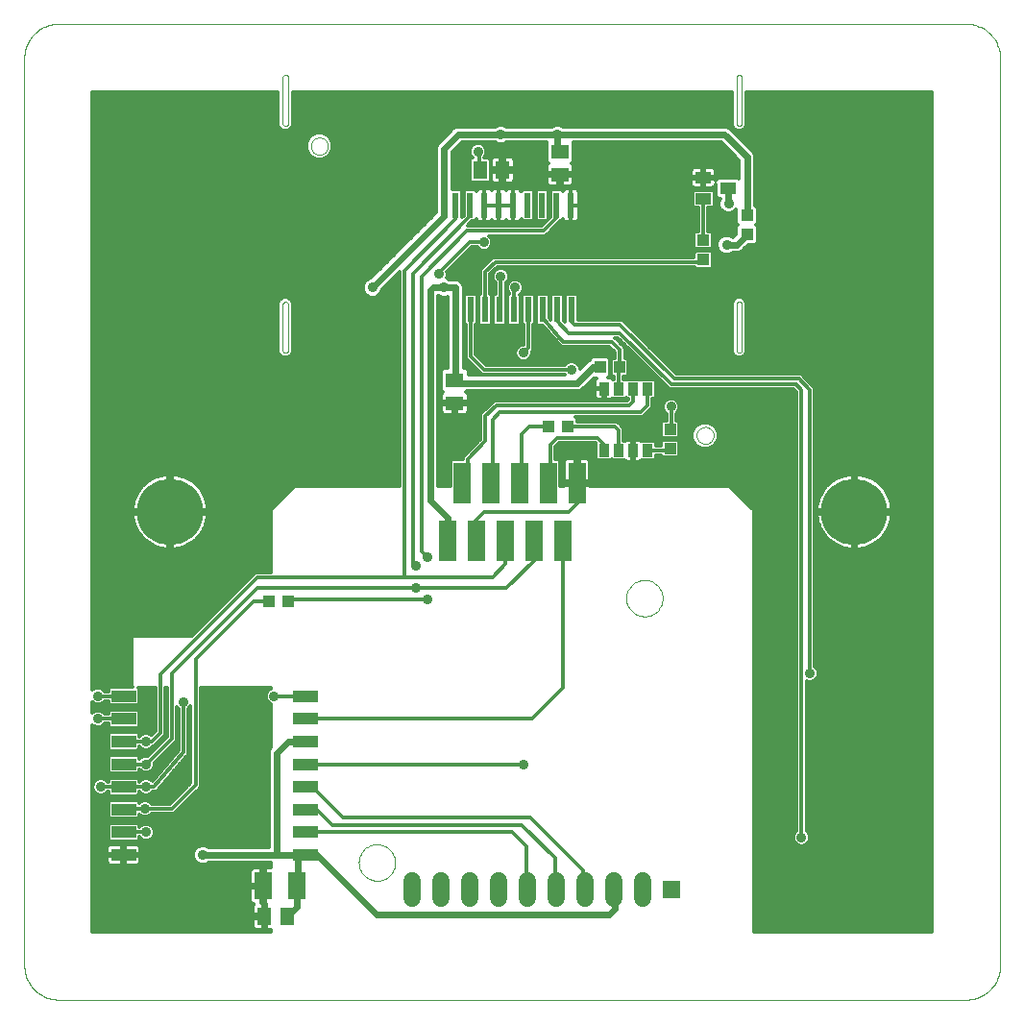
<source format=gbl>
G75*
%MOIN*%
%OFA0B0*%
%FSLAX24Y24*%
%IPPOS*%
%LPD*%
%AMOC8*
5,1,8,0,0,1.08239X$1,22.5*
%
%ADD10C,0.0000*%
%ADD11R,0.0860X0.0420*%
%ADD12R,0.0512X0.0630*%
%ADD13R,0.0630X0.0512*%
%ADD14R,0.0433X0.0394*%
%ADD15C,0.2300*%
%ADD16R,0.0551X0.0394*%
%ADD17R,0.0236X0.0866*%
%ADD18R,0.0594X0.0594*%
%ADD19C,0.0594*%
%ADD20R,0.0394X0.0433*%
%ADD21R,0.0591X0.1409*%
%ADD22R,0.0360X0.0450*%
%ADD23R,0.0630X0.0945*%
%ADD24C,0.0120*%
%ADD25C,0.0356*%
%ADD26C,0.0240*%
%ADD27C,0.0160*%
D10*
X000872Y001735D02*
X000872Y033231D01*
X000874Y033297D01*
X000879Y033363D01*
X000889Y033429D01*
X000902Y033494D01*
X000918Y033558D01*
X000938Y033621D01*
X000962Y033683D01*
X000989Y033743D01*
X001019Y033802D01*
X001053Y033859D01*
X001090Y033914D01*
X001130Y033967D01*
X001172Y034018D01*
X001218Y034066D01*
X001266Y034112D01*
X001317Y034154D01*
X001370Y034194D01*
X001425Y034231D01*
X001482Y034265D01*
X001541Y034295D01*
X001601Y034322D01*
X001663Y034346D01*
X001726Y034366D01*
X001790Y034382D01*
X001855Y034395D01*
X001921Y034405D01*
X001987Y034410D01*
X002053Y034412D01*
X033549Y034412D01*
X033615Y034410D01*
X033681Y034405D01*
X033747Y034395D01*
X033812Y034382D01*
X033876Y034366D01*
X033939Y034346D01*
X034001Y034322D01*
X034061Y034295D01*
X034120Y034265D01*
X034177Y034231D01*
X034232Y034194D01*
X034285Y034154D01*
X034336Y034112D01*
X034384Y034066D01*
X034430Y034018D01*
X034472Y033967D01*
X034512Y033914D01*
X034549Y033859D01*
X034583Y033802D01*
X034613Y033743D01*
X034640Y033683D01*
X034664Y033621D01*
X034684Y033558D01*
X034700Y033494D01*
X034713Y033429D01*
X034723Y033363D01*
X034728Y033297D01*
X034730Y033231D01*
X034730Y001735D01*
X034728Y001669D01*
X034723Y001603D01*
X034713Y001537D01*
X034700Y001472D01*
X034684Y001408D01*
X034664Y001345D01*
X034640Y001283D01*
X034613Y001223D01*
X034583Y001164D01*
X034549Y001107D01*
X034512Y001052D01*
X034472Y000999D01*
X034430Y000948D01*
X034384Y000900D01*
X034336Y000854D01*
X034285Y000812D01*
X034232Y000772D01*
X034177Y000735D01*
X034120Y000701D01*
X034061Y000671D01*
X034001Y000644D01*
X033939Y000620D01*
X033876Y000600D01*
X033812Y000584D01*
X033747Y000571D01*
X033681Y000561D01*
X033615Y000556D01*
X033549Y000554D01*
X002053Y000554D01*
X001987Y000556D01*
X001921Y000561D01*
X001855Y000571D01*
X001790Y000584D01*
X001726Y000600D01*
X001663Y000620D01*
X001601Y000644D01*
X001541Y000671D01*
X001482Y000701D01*
X001425Y000735D01*
X001370Y000772D01*
X001317Y000812D01*
X001266Y000854D01*
X001218Y000900D01*
X001172Y000948D01*
X001130Y000999D01*
X001090Y001052D01*
X001053Y001107D01*
X001019Y001164D01*
X000989Y001223D01*
X000962Y001283D01*
X000938Y001345D01*
X000918Y001408D01*
X000902Y001472D01*
X000889Y001537D01*
X000879Y001603D01*
X000874Y001669D01*
X000872Y001735D01*
X012474Y005310D02*
X012476Y005360D01*
X012482Y005410D01*
X012492Y005459D01*
X012506Y005507D01*
X012523Y005554D01*
X012544Y005599D01*
X012569Y005643D01*
X012597Y005684D01*
X012629Y005723D01*
X012663Y005760D01*
X012700Y005794D01*
X012740Y005824D01*
X012782Y005851D01*
X012826Y005875D01*
X012872Y005896D01*
X012919Y005912D01*
X012967Y005925D01*
X013017Y005934D01*
X013066Y005939D01*
X013117Y005940D01*
X013167Y005937D01*
X013216Y005930D01*
X013265Y005919D01*
X013313Y005904D01*
X013359Y005886D01*
X013404Y005864D01*
X013447Y005838D01*
X013488Y005809D01*
X013527Y005777D01*
X013563Y005742D01*
X013595Y005704D01*
X013625Y005664D01*
X013652Y005621D01*
X013675Y005577D01*
X013694Y005531D01*
X013710Y005483D01*
X013722Y005434D01*
X013730Y005385D01*
X013734Y005335D01*
X013734Y005285D01*
X013730Y005235D01*
X013722Y005186D01*
X013710Y005137D01*
X013694Y005089D01*
X013675Y005043D01*
X013652Y004999D01*
X013625Y004956D01*
X013595Y004916D01*
X013563Y004878D01*
X013527Y004843D01*
X013488Y004811D01*
X013447Y004782D01*
X013404Y004756D01*
X013359Y004734D01*
X013313Y004716D01*
X013265Y004701D01*
X013216Y004690D01*
X013167Y004683D01*
X013117Y004680D01*
X013066Y004681D01*
X013017Y004686D01*
X012967Y004695D01*
X012919Y004708D01*
X012872Y004724D01*
X012826Y004745D01*
X012782Y004769D01*
X012740Y004796D01*
X012700Y004826D01*
X012663Y004860D01*
X012629Y004897D01*
X012597Y004936D01*
X012569Y004977D01*
X012544Y005021D01*
X012523Y005066D01*
X012506Y005113D01*
X012492Y005161D01*
X012482Y005210D01*
X012476Y005260D01*
X012474Y005310D01*
X021757Y014483D02*
X021759Y014533D01*
X021765Y014583D01*
X021775Y014632D01*
X021789Y014680D01*
X021806Y014727D01*
X021827Y014772D01*
X021852Y014816D01*
X021880Y014857D01*
X021912Y014896D01*
X021946Y014933D01*
X021983Y014967D01*
X022023Y014997D01*
X022065Y015024D01*
X022109Y015048D01*
X022155Y015069D01*
X022202Y015085D01*
X022250Y015098D01*
X022300Y015107D01*
X022349Y015112D01*
X022400Y015113D01*
X022450Y015110D01*
X022499Y015103D01*
X022548Y015092D01*
X022596Y015077D01*
X022642Y015059D01*
X022687Y015037D01*
X022730Y015011D01*
X022771Y014982D01*
X022810Y014950D01*
X022846Y014915D01*
X022878Y014877D01*
X022908Y014837D01*
X022935Y014794D01*
X022958Y014750D01*
X022977Y014704D01*
X022993Y014656D01*
X023005Y014607D01*
X023013Y014558D01*
X023017Y014508D01*
X023017Y014458D01*
X023013Y014408D01*
X023005Y014359D01*
X022993Y014310D01*
X022977Y014262D01*
X022958Y014216D01*
X022935Y014172D01*
X022908Y014129D01*
X022878Y014089D01*
X022846Y014051D01*
X022810Y014016D01*
X022771Y013984D01*
X022730Y013955D01*
X022687Y013929D01*
X022642Y013907D01*
X022596Y013889D01*
X022548Y013874D01*
X022499Y013863D01*
X022450Y013856D01*
X022400Y013853D01*
X022349Y013854D01*
X022300Y013859D01*
X022250Y013868D01*
X022202Y013881D01*
X022155Y013897D01*
X022109Y013918D01*
X022065Y013942D01*
X022023Y013969D01*
X021983Y013999D01*
X021946Y014033D01*
X021912Y014070D01*
X021880Y014109D01*
X021852Y014150D01*
X021827Y014194D01*
X021806Y014239D01*
X021789Y014286D01*
X021775Y014334D01*
X021765Y014383D01*
X021759Y014433D01*
X021757Y014483D01*
X024199Y020132D02*
X024201Y020166D01*
X024207Y020200D01*
X024217Y020233D01*
X024230Y020264D01*
X024248Y020294D01*
X024268Y020322D01*
X024292Y020347D01*
X024318Y020369D01*
X024346Y020387D01*
X024377Y020403D01*
X024409Y020415D01*
X024443Y020423D01*
X024477Y020427D01*
X024511Y020427D01*
X024545Y020423D01*
X024579Y020415D01*
X024611Y020403D01*
X024641Y020387D01*
X024670Y020369D01*
X024696Y020347D01*
X024720Y020322D01*
X024740Y020294D01*
X024758Y020264D01*
X024771Y020233D01*
X024781Y020200D01*
X024787Y020166D01*
X024789Y020132D01*
X024787Y020098D01*
X024781Y020064D01*
X024771Y020031D01*
X024758Y020000D01*
X024740Y019970D01*
X024720Y019942D01*
X024696Y019917D01*
X024670Y019895D01*
X024642Y019877D01*
X024611Y019861D01*
X024579Y019849D01*
X024545Y019841D01*
X024511Y019837D01*
X024477Y019837D01*
X024443Y019841D01*
X024409Y019849D01*
X024377Y019861D01*
X024346Y019877D01*
X024318Y019895D01*
X024292Y019917D01*
X024268Y019942D01*
X024248Y019970D01*
X024230Y020000D01*
X024217Y020031D01*
X024207Y020064D01*
X024201Y020098D01*
X024199Y020132D01*
X025576Y023093D02*
X025576Y024668D01*
X025577Y024668D02*
X025578Y024685D01*
X025583Y024702D01*
X025590Y024717D01*
X025600Y024731D01*
X025612Y024743D01*
X025626Y024753D01*
X025641Y024760D01*
X025658Y024765D01*
X025675Y024766D01*
X025692Y024765D01*
X025709Y024760D01*
X025724Y024753D01*
X025738Y024743D01*
X025750Y024731D01*
X025760Y024717D01*
X025767Y024702D01*
X025772Y024685D01*
X025773Y024668D01*
X025773Y023093D01*
X025772Y023076D01*
X025767Y023059D01*
X025760Y023044D01*
X025750Y023030D01*
X025738Y023018D01*
X025724Y023008D01*
X025709Y023001D01*
X025692Y022996D01*
X025675Y022995D01*
X025658Y022996D01*
X025641Y023001D01*
X025626Y023008D01*
X025612Y023018D01*
X025600Y023030D01*
X025590Y023044D01*
X025583Y023059D01*
X025578Y023076D01*
X025577Y023093D01*
X025576Y030967D02*
X025576Y032542D01*
X025577Y032542D02*
X025578Y032559D01*
X025583Y032576D01*
X025590Y032591D01*
X025600Y032605D01*
X025612Y032617D01*
X025626Y032627D01*
X025641Y032634D01*
X025658Y032639D01*
X025675Y032640D01*
X025692Y032639D01*
X025709Y032634D01*
X025724Y032627D01*
X025738Y032617D01*
X025750Y032605D01*
X025760Y032591D01*
X025767Y032576D01*
X025772Y032559D01*
X025773Y032542D01*
X025773Y030967D01*
X025772Y030950D01*
X025767Y030933D01*
X025760Y030918D01*
X025750Y030904D01*
X025738Y030892D01*
X025724Y030882D01*
X025709Y030875D01*
X025692Y030870D01*
X025675Y030869D01*
X025658Y030870D01*
X025641Y030875D01*
X025626Y030882D01*
X025612Y030892D01*
X025600Y030904D01*
X025590Y030918D01*
X025583Y030933D01*
X025578Y030950D01*
X025577Y030967D01*
X010813Y030172D02*
X010815Y030206D01*
X010821Y030240D01*
X010831Y030273D01*
X010844Y030304D01*
X010862Y030334D01*
X010882Y030362D01*
X010906Y030387D01*
X010932Y030409D01*
X010960Y030427D01*
X010991Y030443D01*
X011023Y030455D01*
X011057Y030463D01*
X011091Y030467D01*
X011125Y030467D01*
X011159Y030463D01*
X011193Y030455D01*
X011225Y030443D01*
X011255Y030427D01*
X011284Y030409D01*
X011310Y030387D01*
X011334Y030362D01*
X011354Y030334D01*
X011372Y030304D01*
X011385Y030273D01*
X011395Y030240D01*
X011401Y030206D01*
X011403Y030172D01*
X011401Y030138D01*
X011395Y030104D01*
X011385Y030071D01*
X011372Y030040D01*
X011354Y030010D01*
X011334Y029982D01*
X011310Y029957D01*
X011284Y029935D01*
X011256Y029917D01*
X011225Y029901D01*
X011193Y029889D01*
X011159Y029881D01*
X011125Y029877D01*
X011091Y029877D01*
X011057Y029881D01*
X011023Y029889D01*
X010991Y029901D01*
X010960Y029917D01*
X010932Y029935D01*
X010906Y029957D01*
X010882Y029982D01*
X010862Y030010D01*
X010844Y030040D01*
X010831Y030071D01*
X010821Y030104D01*
X010815Y030138D01*
X010813Y030172D01*
X010025Y030967D02*
X010025Y032542D01*
X009927Y032640D02*
X009910Y032639D01*
X009893Y032634D01*
X009878Y032627D01*
X009864Y032617D01*
X009852Y032605D01*
X009842Y032591D01*
X009835Y032576D01*
X009830Y032559D01*
X009829Y032542D01*
X009828Y032542D02*
X009828Y030967D01*
X009927Y030869D02*
X009944Y030870D01*
X009961Y030875D01*
X009976Y030882D01*
X009990Y030892D01*
X010002Y030904D01*
X010012Y030918D01*
X010019Y030933D01*
X010024Y030950D01*
X010025Y030967D01*
X009927Y030869D02*
X009910Y030870D01*
X009893Y030875D01*
X009878Y030882D01*
X009864Y030892D01*
X009852Y030904D01*
X009842Y030918D01*
X009835Y030933D01*
X009830Y030950D01*
X009829Y030967D01*
X010025Y032542D02*
X010024Y032559D01*
X010019Y032576D01*
X010012Y032591D01*
X010002Y032605D01*
X009990Y032617D01*
X009976Y032627D01*
X009961Y032634D01*
X009944Y032639D01*
X009927Y032640D01*
X009927Y024766D02*
X009910Y024765D01*
X009893Y024760D01*
X009878Y024753D01*
X009864Y024743D01*
X009852Y024731D01*
X009842Y024717D01*
X009835Y024702D01*
X009830Y024685D01*
X009829Y024668D01*
X009828Y024668D02*
X009828Y023093D01*
X009927Y022995D02*
X009944Y022996D01*
X009961Y023001D01*
X009976Y023008D01*
X009990Y023018D01*
X010002Y023030D01*
X010012Y023044D01*
X010019Y023059D01*
X010024Y023076D01*
X010025Y023093D01*
X010025Y024668D01*
X010024Y024685D01*
X010019Y024702D01*
X010012Y024717D01*
X010002Y024731D01*
X009990Y024743D01*
X009976Y024753D01*
X009961Y024760D01*
X009944Y024765D01*
X009927Y024766D01*
X009829Y023093D02*
X009830Y023076D01*
X009835Y023059D01*
X009842Y023044D01*
X009852Y023030D01*
X009864Y023018D01*
X009878Y023008D01*
X009893Y023001D01*
X009910Y022996D01*
X009927Y022995D01*
D11*
X010616Y011085D03*
X010616Y010298D03*
X010616Y009510D03*
X010616Y008723D03*
X010616Y007936D03*
X010616Y007148D03*
X010616Y006361D03*
X010616Y005573D03*
X004316Y005573D03*
X004316Y006361D03*
X004316Y007148D03*
X004316Y007936D03*
X004316Y008723D03*
X004316Y009510D03*
X004316Y010298D03*
X004316Y011085D03*
D12*
X009202Y003438D03*
X009989Y003438D03*
X016678Y029342D03*
X017465Y029342D03*
D13*
X019464Y029186D03*
X019464Y029973D03*
X015807Y022044D03*
X015807Y021257D03*
D14*
X023282Y020340D03*
X023282Y019671D03*
X024435Y026229D03*
X024435Y026898D03*
X025945Y027097D03*
X025945Y027766D03*
D15*
X029671Y017483D03*
X005931Y017483D03*
D16*
X024430Y028331D03*
X024430Y029079D03*
X025296Y028705D03*
D17*
X019837Y028118D03*
X019337Y028118D03*
X018837Y028118D03*
X018337Y028118D03*
X017837Y028118D03*
X017337Y028118D03*
X016837Y028118D03*
X016337Y028118D03*
X015837Y028118D03*
X015837Y024496D03*
X016349Y024496D03*
X016861Y024496D03*
X017361Y024496D03*
X017861Y024496D03*
X018361Y024496D03*
X018861Y024496D03*
X019361Y024496D03*
X019861Y024496D03*
D18*
X023312Y004384D03*
D19*
X022312Y004088D02*
X022312Y004681D01*
X021312Y004681D02*
X021312Y004088D01*
X020312Y004088D02*
X020312Y004681D01*
X019312Y004681D02*
X019312Y004088D01*
X018312Y004088D02*
X018312Y004681D01*
X017312Y004681D02*
X017312Y004088D01*
X016312Y004088D02*
X016312Y004681D01*
X015312Y004681D02*
X015312Y004088D01*
X014312Y004088D02*
X014312Y004681D01*
D20*
X010017Y014378D03*
X009348Y014378D03*
X019068Y020448D03*
X019738Y020448D03*
X020849Y022491D03*
X021519Y022491D03*
D21*
X020051Y018483D03*
X019051Y018483D03*
X018051Y018483D03*
X017051Y018483D03*
X016051Y018483D03*
X016551Y016483D03*
X015551Y016483D03*
X017551Y016483D03*
X018551Y016483D03*
X019551Y016483D03*
D22*
X020997Y019604D03*
X021497Y019604D03*
X021997Y019604D03*
X022497Y019604D03*
X022497Y021754D03*
X021997Y021754D03*
X021497Y021754D03*
X020997Y021754D03*
D23*
X010337Y004491D03*
X009156Y004491D03*
D24*
X009096Y004464D02*
X003234Y004464D01*
X003234Y004346D02*
X008681Y004346D01*
X008681Y004431D02*
X008681Y003998D01*
X008692Y003957D01*
X008713Y003921D01*
X008743Y003891D01*
X008779Y003870D01*
X008820Y003859D01*
X008826Y003859D01*
X008818Y003851D01*
X008797Y003814D01*
X008786Y003774D01*
X008786Y003498D01*
X009142Y003498D01*
X009142Y003913D01*
X009096Y003913D01*
X009096Y004431D01*
X009216Y004431D01*
X009216Y003859D01*
X009262Y003859D01*
X009262Y003498D01*
X009142Y003498D01*
X009142Y003378D01*
X008786Y003378D01*
X008786Y003102D01*
X008797Y003061D01*
X008818Y003024D01*
X008848Y002995D01*
X008884Y002974D01*
X008925Y002963D01*
X009142Y002963D01*
X009142Y003378D01*
X009262Y003378D01*
X009262Y002963D01*
X009413Y002963D01*
X009413Y002916D01*
X003234Y002916D01*
X003234Y010087D01*
X003267Y010054D01*
X003373Y010010D01*
X003488Y010010D01*
X003594Y010054D01*
X003668Y010128D01*
X003776Y010128D01*
X003776Y010042D01*
X003841Y009978D01*
X004792Y009978D01*
X004856Y010042D01*
X004856Y010553D01*
X004792Y010618D01*
X003841Y010618D01*
X003776Y010553D01*
X003776Y010468D01*
X003668Y010468D01*
X003594Y010542D01*
X003488Y010586D01*
X003373Y010586D01*
X003267Y010542D01*
X003234Y010508D01*
X003234Y010875D01*
X003267Y010841D01*
X003373Y010797D01*
X003488Y010797D01*
X003594Y010841D01*
X003668Y010915D01*
X003776Y010915D01*
X003776Y010830D01*
X003841Y010765D01*
X004792Y010765D01*
X004856Y010830D01*
X004856Y011341D01*
X004838Y011359D01*
X005426Y011359D01*
X005426Y009876D01*
X005286Y009736D01*
X005267Y009755D01*
X005161Y009799D01*
X005046Y009799D01*
X004941Y009755D01*
X004866Y009680D01*
X004856Y009680D01*
X004856Y009766D01*
X004792Y009830D01*
X003841Y009830D01*
X003776Y009766D01*
X003776Y009255D01*
X003841Y009190D01*
X004792Y009190D01*
X004856Y009255D01*
X004856Y009340D01*
X004866Y009340D01*
X004941Y009266D01*
X005046Y009222D01*
X005161Y009222D01*
X005267Y009266D01*
X005341Y009340D01*
X005371Y009340D01*
X005471Y009440D01*
X005766Y009735D01*
X005766Y011359D01*
X005820Y011359D01*
X005820Y009679D01*
X005151Y009011D01*
X005046Y009011D01*
X004941Y008967D01*
X004866Y008893D01*
X004856Y008893D01*
X004856Y008979D01*
X004792Y009043D01*
X003841Y009043D01*
X003776Y008979D01*
X003776Y008467D01*
X003841Y008403D01*
X004792Y008403D01*
X004856Y008467D01*
X004856Y008553D01*
X004866Y008553D01*
X004941Y008479D01*
X005046Y008435D01*
X005161Y008435D01*
X005267Y008479D01*
X005348Y008560D01*
X005392Y008666D01*
X005392Y008771D01*
X006160Y009538D01*
X006160Y010705D01*
X006213Y010651D01*
X006213Y009195D01*
X005316Y008131D01*
X005267Y008180D01*
X005161Y008224D01*
X005046Y008224D01*
X004941Y008180D01*
X004866Y008106D01*
X004856Y008106D01*
X004856Y008191D01*
X004792Y008256D01*
X003841Y008256D01*
X003776Y008191D01*
X003776Y008106D01*
X003766Y008106D01*
X003692Y008180D01*
X003586Y008224D01*
X003472Y008224D01*
X003366Y008180D01*
X003285Y008099D01*
X003241Y007993D01*
X003241Y007878D01*
X003285Y007772D01*
X003366Y007691D01*
X003472Y007647D01*
X003586Y007647D01*
X003692Y007691D01*
X003766Y007766D01*
X003776Y007766D01*
X003776Y007680D01*
X003841Y007616D01*
X004792Y007616D01*
X004856Y007680D01*
X004856Y007766D01*
X004866Y007766D01*
X004941Y007691D01*
X005046Y007647D01*
X005161Y007647D01*
X005267Y007691D01*
X005338Y007762D01*
X005381Y007766D01*
X005444Y007766D01*
X005450Y007771D01*
X005459Y007772D01*
X005499Y007820D01*
X005544Y007865D01*
X005544Y007873D01*
X006509Y009017D01*
X006553Y009062D01*
X006553Y009070D01*
X006559Y009077D01*
X006553Y009140D01*
X006553Y010651D01*
X006628Y010725D01*
X006639Y010753D01*
X006639Y008062D01*
X005926Y007349D01*
X005296Y007349D01*
X005222Y007423D01*
X005116Y007467D01*
X005002Y007467D01*
X004896Y007423D01*
X004856Y007384D01*
X004856Y007404D01*
X004792Y007468D01*
X003841Y007468D01*
X003776Y007404D01*
X003776Y006893D01*
X003841Y006828D01*
X004792Y006828D01*
X004856Y006893D01*
X004856Y006974D01*
X004896Y006934D01*
X005002Y006891D01*
X005116Y006891D01*
X005222Y006934D01*
X005296Y007009D01*
X006067Y007009D01*
X006167Y007108D01*
X006979Y007921D01*
X006979Y011359D01*
X009413Y011359D01*
X009413Y011347D01*
X009370Y011329D01*
X009289Y011248D01*
X009245Y011143D01*
X009245Y011028D01*
X009289Y010922D01*
X009370Y010841D01*
X009413Y010823D01*
X009413Y009294D01*
X009394Y009275D01*
X009351Y009172D01*
X009351Y005853D01*
X007270Y005853D01*
X007264Y005860D01*
X007140Y005911D01*
X007005Y005911D01*
X006881Y005860D01*
X006786Y005765D01*
X006734Y005641D01*
X006734Y005506D01*
X006786Y005382D01*
X006881Y005287D01*
X007005Y005235D01*
X007140Y005235D01*
X007264Y005287D01*
X007270Y005293D01*
X009413Y005293D01*
X009413Y005124D01*
X009216Y005124D01*
X009216Y004551D01*
X009096Y004551D01*
X009096Y004431D01*
X008681Y004431D01*
X008681Y004551D02*
X009096Y004551D01*
X009096Y005124D01*
X008820Y005124D01*
X008779Y005113D01*
X008743Y005092D01*
X008713Y005062D01*
X008692Y005025D01*
X008681Y004985D01*
X008681Y004551D01*
X008681Y004583D02*
X003234Y004583D01*
X003234Y004701D02*
X008681Y004701D01*
X008681Y004820D02*
X003234Y004820D01*
X003234Y004938D02*
X008681Y004938D01*
X008710Y005057D02*
X003234Y005057D01*
X003234Y005175D02*
X009413Y005175D01*
X009216Y005057D02*
X009096Y005057D01*
X009096Y004938D02*
X009216Y004938D01*
X009216Y004820D02*
X009096Y004820D01*
X009096Y004701D02*
X009216Y004701D01*
X009216Y004583D02*
X009096Y004583D01*
X009096Y004346D02*
X009216Y004346D01*
X009216Y004227D02*
X009096Y004227D01*
X009096Y004109D02*
X009216Y004109D01*
X009216Y003990D02*
X009096Y003990D01*
X009142Y003872D02*
X009216Y003872D01*
X009262Y003753D02*
X009142Y003753D01*
X009142Y003635D02*
X009262Y003635D01*
X009262Y003516D02*
X009142Y003516D01*
X009142Y003398D02*
X003234Y003398D01*
X003234Y003516D02*
X008786Y003516D01*
X008786Y003635D02*
X003234Y003635D01*
X003234Y003753D02*
X008786Y003753D01*
X008776Y003872D02*
X003234Y003872D01*
X003234Y003990D02*
X008683Y003990D01*
X008681Y004109D02*
X003234Y004109D01*
X003234Y004227D02*
X008681Y004227D01*
X008786Y003279D02*
X003234Y003279D01*
X003234Y003161D02*
X008786Y003161D01*
X008807Y003042D02*
X003234Y003042D01*
X003234Y002924D02*
X009413Y002924D01*
X009262Y003042D02*
X009142Y003042D01*
X009142Y003161D02*
X009262Y003161D01*
X009262Y003279D02*
X009142Y003279D01*
X006874Y005294D02*
X004891Y005294D01*
X004895Y005302D02*
X004906Y005342D01*
X004906Y005528D01*
X004361Y005528D01*
X004361Y005203D01*
X004767Y005203D01*
X004808Y005214D01*
X004845Y005235D01*
X004874Y005265D01*
X004895Y005302D01*
X004906Y005412D02*
X006773Y005412D01*
X006734Y005531D02*
X004361Y005531D01*
X004361Y005528D02*
X004361Y005618D01*
X004271Y005618D01*
X004271Y005528D01*
X003726Y005528D01*
X003726Y005342D01*
X003737Y005302D01*
X003758Y005265D01*
X003788Y005235D01*
X003825Y005214D01*
X003865Y005203D01*
X004271Y005203D01*
X004271Y005528D01*
X004361Y005528D01*
X004271Y005531D02*
X003234Y005531D01*
X003234Y005649D02*
X003726Y005649D01*
X003726Y005618D02*
X004271Y005618D01*
X004271Y005943D01*
X003865Y005943D01*
X003825Y005932D01*
X003788Y005911D01*
X003758Y005882D01*
X003737Y005845D01*
X003726Y005804D01*
X003726Y005618D01*
X003726Y005768D02*
X003234Y005768D01*
X003234Y005886D02*
X003763Y005886D01*
X003841Y006041D02*
X004792Y006041D01*
X004856Y006105D01*
X004856Y006191D01*
X004866Y006191D01*
X004941Y006117D01*
X005046Y006073D01*
X005161Y006073D01*
X005267Y006117D01*
X005348Y006198D01*
X005392Y006303D01*
X005392Y006418D01*
X005348Y006524D01*
X005267Y006605D01*
X005161Y006649D01*
X005046Y006649D01*
X004941Y006605D01*
X004866Y006531D01*
X004856Y006531D01*
X004856Y006616D01*
X004792Y006681D01*
X003841Y006681D01*
X003776Y006616D01*
X003776Y006105D01*
X003841Y006041D01*
X003776Y006123D02*
X003234Y006123D01*
X003234Y006005D02*
X009351Y006005D01*
X009351Y006123D02*
X005274Y006123D01*
X005366Y006242D02*
X009351Y006242D01*
X009351Y006360D02*
X005392Y006360D01*
X005367Y006479D02*
X009351Y006479D01*
X009351Y006597D02*
X005275Y006597D01*
X005104Y006361D02*
X004316Y006361D01*
X004856Y006597D02*
X004933Y006597D01*
X004798Y006834D02*
X009351Y006834D01*
X009351Y006716D02*
X003234Y006716D01*
X003234Y006834D02*
X003835Y006834D01*
X003776Y006953D02*
X003234Y006953D01*
X003234Y007071D02*
X003776Y007071D01*
X003776Y007190D02*
X003234Y007190D01*
X003234Y007308D02*
X003776Y007308D01*
X003799Y007427D02*
X003234Y007427D01*
X003234Y007545D02*
X006123Y007545D01*
X006241Y007664D02*
X005200Y007664D01*
X005007Y007664D02*
X004840Y007664D01*
X004833Y007427D02*
X004905Y007427D01*
X005059Y007179D02*
X004347Y007179D01*
X004856Y006953D02*
X004878Y006953D01*
X005059Y007179D02*
X005997Y007179D01*
X006809Y007991D01*
X006809Y012366D01*
X008821Y014378D01*
X009348Y014378D01*
X008942Y014825D02*
X005990Y011873D01*
X005990Y009609D01*
X005104Y008723D01*
X004316Y008723D01*
X004856Y008493D02*
X004926Y008493D01*
X005281Y008493D02*
X005622Y008493D01*
X005522Y008375D02*
X003234Y008375D01*
X003234Y008493D02*
X003776Y008493D01*
X003776Y008612D02*
X003234Y008612D01*
X003234Y008730D02*
X003776Y008730D01*
X003776Y008849D02*
X003234Y008849D01*
X003234Y008967D02*
X003776Y008967D01*
X003827Y009204D02*
X003234Y009204D01*
X003234Y009086D02*
X005226Y009086D01*
X005345Y009204D02*
X004806Y009204D01*
X004856Y009323D02*
X004884Y009323D01*
X005104Y009510D02*
X004316Y009510D01*
X004826Y009797D02*
X005042Y009797D01*
X005165Y009797D02*
X005347Y009797D01*
X005426Y009915D02*
X003234Y009915D01*
X003234Y009797D02*
X003807Y009797D01*
X003776Y009678D02*
X003234Y009678D01*
X003234Y009560D02*
X003776Y009560D01*
X003776Y009441D02*
X003234Y009441D01*
X003234Y009323D02*
X003776Y009323D01*
X003785Y010034D02*
X003546Y010034D01*
X003315Y010034D02*
X003234Y010034D01*
X003431Y010298D02*
X004316Y010298D01*
X004856Y010271D02*
X005426Y010271D01*
X005426Y010389D02*
X004856Y010389D01*
X004856Y010508D02*
X005426Y010508D01*
X005426Y010626D02*
X003234Y010626D01*
X003234Y010745D02*
X005426Y010745D01*
X005426Y010863D02*
X004856Y010863D01*
X004856Y010982D02*
X005426Y010982D01*
X005426Y011100D02*
X004856Y011100D01*
X004856Y011219D02*
X005426Y011219D01*
X005426Y011337D02*
X004856Y011337D01*
X004614Y011405D02*
X003841Y011405D01*
X003776Y011341D01*
X003776Y011255D01*
X003668Y011255D01*
X003594Y011329D01*
X003488Y011373D01*
X003373Y011373D01*
X003267Y011329D01*
X003234Y011296D01*
X003234Y032050D01*
X009668Y032050D01*
X009668Y030898D01*
X009737Y030778D01*
X009737Y030778D01*
X009737Y030778D01*
X009857Y030709D01*
X009996Y030709D01*
X010116Y030778D01*
X010185Y030898D01*
X010185Y032050D01*
X025416Y032050D01*
X025416Y030898D01*
X025485Y030778D01*
X025485Y030778D01*
X025485Y030778D01*
X025605Y030709D01*
X025744Y030709D01*
X025864Y030778D01*
X025933Y030898D01*
X025933Y032050D01*
X032368Y032050D01*
X032368Y002916D01*
X026188Y002916D01*
X026188Y017533D01*
X025401Y018320D01*
X025331Y018390D01*
X020506Y018390D01*
X020506Y018423D01*
X020111Y018423D01*
X020111Y018543D01*
X020506Y018543D01*
X020506Y019209D01*
X020495Y019249D01*
X020474Y019286D01*
X020444Y019316D01*
X020408Y019337D01*
X020367Y019348D01*
X020111Y019348D01*
X020111Y018543D01*
X019991Y018543D01*
X019991Y019348D01*
X019734Y019348D01*
X019694Y019337D01*
X019657Y019316D01*
X019627Y019286D01*
X019606Y019249D01*
X019595Y019209D01*
X019595Y018543D01*
X019991Y018543D01*
X019991Y018423D01*
X019595Y018423D01*
X019595Y018390D01*
X019456Y018390D01*
X019456Y019233D01*
X019391Y019298D01*
X019292Y019298D01*
X019292Y019733D01*
X019442Y019884D01*
X020676Y019884D01*
X020707Y019853D01*
X020707Y019333D01*
X020771Y019269D01*
X021222Y019269D01*
X021247Y019293D01*
X021271Y019269D01*
X021700Y019269D01*
X021718Y019251D01*
X021755Y019230D01*
X021795Y019219D01*
X021967Y019219D01*
X021967Y019574D01*
X022027Y019574D01*
X022027Y019219D01*
X022198Y019219D01*
X022238Y019230D01*
X022275Y019251D01*
X022293Y019269D01*
X022722Y019269D01*
X022787Y019333D01*
X022787Y019434D01*
X022955Y019434D01*
X022955Y019428D01*
X023020Y019364D01*
X023544Y019364D01*
X023608Y019428D01*
X023608Y019913D01*
X023544Y019978D01*
X023020Y019978D01*
X022955Y019913D01*
X022955Y019774D01*
X022787Y019774D01*
X022787Y019874D01*
X022722Y019939D01*
X022293Y019939D01*
X022275Y019957D01*
X022238Y019978D01*
X022198Y019989D01*
X022027Y019989D01*
X022027Y019634D01*
X021967Y019634D01*
X021967Y019989D01*
X021795Y019989D01*
X021755Y019978D01*
X021718Y019957D01*
X021700Y019939D01*
X021667Y019939D01*
X021667Y020374D01*
X021542Y020499D01*
X021442Y020599D01*
X020044Y020599D01*
X020044Y020710D01*
X019996Y020759D01*
X022317Y020759D01*
X022567Y021009D01*
X022667Y021108D01*
X022667Y021419D01*
X022722Y021419D01*
X022787Y021483D01*
X022787Y022024D01*
X022722Y022089D01*
X022271Y022089D01*
X022247Y022064D01*
X022222Y022089D01*
X021771Y022089D01*
X021747Y022064D01*
X021722Y022089D01*
X021667Y022089D01*
X021667Y022165D01*
X021761Y022165D01*
X021825Y022229D01*
X021825Y022753D01*
X021761Y022818D01*
X021711Y022818D01*
X021711Y023163D01*
X021611Y023263D01*
X021416Y023459D01*
X021361Y023514D01*
X021470Y023514D01*
X023142Y021842D01*
X023242Y021742D01*
X027573Y021742D01*
X027670Y021645D01*
X027670Y006414D01*
X027596Y006339D01*
X027552Y006234D01*
X027552Y006119D01*
X027596Y006013D01*
X027677Y005932D01*
X027783Y005888D01*
X027897Y005888D01*
X028003Y005932D01*
X028084Y006013D01*
X028128Y006119D01*
X028128Y006234D01*
X028084Y006339D01*
X028010Y006414D01*
X028010Y011617D01*
X028078Y011589D01*
X028193Y011589D01*
X028298Y011633D01*
X028380Y011714D01*
X028423Y011820D01*
X028423Y011934D01*
X028380Y012040D01*
X028305Y012114D01*
X028305Y021786D01*
X027812Y022279D01*
X023481Y022279D01*
X021611Y024149D01*
X020089Y024149D01*
X020089Y024974D01*
X020024Y025039D01*
X019697Y025039D01*
X019633Y024974D01*
X019633Y024061D01*
X019589Y024104D01*
X019589Y024974D01*
X019524Y025039D01*
X019197Y025039D01*
X019133Y024974D01*
X019133Y024146D01*
X019089Y024196D01*
X019089Y024974D01*
X019024Y025039D01*
X018697Y025039D01*
X018633Y024974D01*
X018633Y024017D01*
X018589Y024017D01*
X018531Y023959D01*
X018531Y023091D01*
X018482Y023042D01*
X018482Y022937D01*
X018439Y022831D01*
X018358Y022750D01*
X018252Y022707D01*
X018137Y022707D01*
X018031Y022750D01*
X017950Y022831D01*
X017906Y022937D01*
X017906Y023052D01*
X017950Y023158D01*
X018031Y023239D01*
X018137Y023283D01*
X018191Y023283D01*
X018191Y023959D01*
X018133Y024017D01*
X018089Y024017D01*
X018024Y023953D01*
X017697Y023953D01*
X017633Y024017D01*
X017589Y024017D01*
X017589Y024974D01*
X017577Y024986D01*
X017577Y025415D01*
X017651Y025489D01*
X017695Y025595D01*
X017695Y025709D01*
X017651Y025815D01*
X017570Y025896D01*
X017464Y025940D01*
X017350Y025940D01*
X017244Y025896D01*
X017163Y025815D01*
X017119Y025709D01*
X017119Y025595D01*
X017163Y025489D01*
X017237Y025415D01*
X017237Y025039D01*
X017197Y025039D01*
X017133Y024974D01*
X017133Y024017D01*
X017089Y024017D01*
X017024Y023953D01*
X016697Y023953D01*
X016633Y024017D01*
X016577Y024017D01*
X016577Y024974D01*
X016513Y025039D01*
X016185Y025039D01*
X016121Y024974D01*
X016121Y024017D01*
X016179Y023959D01*
X016179Y022801D01*
X016646Y022334D01*
X016746Y022234D01*
X019630Y022234D01*
X019636Y022228D01*
X016282Y022228D01*
X016282Y022367D01*
X016188Y022460D01*
X016117Y022460D01*
X016117Y024551D01*
X016115Y024556D01*
X016115Y024995D01*
X016112Y024998D01*
X016112Y025314D01*
X016070Y025417D01*
X015991Y025496D01*
X015888Y025538D01*
X015637Y025538D01*
X015630Y025545D01*
X015517Y025592D01*
X015548Y025667D01*
X015548Y025781D01*
X015538Y025807D01*
X016395Y026663D01*
X016579Y026663D01*
X016653Y026589D01*
X016759Y026545D01*
X016874Y026545D01*
X016980Y026589D01*
X017061Y026670D01*
X017104Y026776D01*
X017104Y026891D01*
X017061Y026996D01*
X017000Y027057D01*
X018954Y027057D01*
X019053Y027157D01*
X019471Y027575D01*
X019501Y027575D01*
X019565Y027639D01*
X019565Y027640D01*
X019570Y027623D01*
X019591Y027586D01*
X019621Y027557D01*
X019657Y027536D01*
X019698Y027525D01*
X019837Y027525D01*
X019837Y028118D01*
X019837Y028711D01*
X019698Y028711D01*
X019657Y028700D01*
X019621Y028679D01*
X019591Y028649D01*
X019570Y028613D01*
X019565Y028595D01*
X019565Y028596D01*
X019501Y028661D01*
X019173Y028661D01*
X019109Y028596D01*
X019109Y027693D01*
X019065Y027649D01*
X019065Y028596D01*
X019001Y028661D01*
X018673Y028661D01*
X018609Y028596D01*
X018609Y027639D01*
X018673Y027575D01*
X018991Y027575D01*
X018813Y027397D01*
X016243Y027397D01*
X016407Y027562D01*
X016407Y027562D01*
X016420Y027575D01*
X016501Y027575D01*
X016565Y027639D01*
X016565Y027640D01*
X016570Y027623D01*
X016591Y027586D01*
X016621Y027557D01*
X016657Y027536D01*
X016698Y027525D01*
X016837Y027525D01*
X016837Y028118D01*
X016837Y028711D01*
X016698Y028711D01*
X016657Y028700D01*
X016621Y028679D01*
X016591Y028649D01*
X016570Y028613D01*
X016565Y028595D01*
X016565Y028596D01*
X016501Y028661D01*
X016173Y028661D01*
X016109Y028596D01*
X016109Y027744D01*
X016065Y027700D01*
X016065Y028596D01*
X016001Y028661D01*
X015718Y028661D01*
X015718Y029965D01*
X016047Y030293D01*
X017209Y030293D01*
X017215Y030287D01*
X017340Y030235D01*
X017474Y030235D01*
X017598Y030287D01*
X017605Y030293D01*
X018989Y030293D01*
X018989Y029651D01*
X019063Y029577D01*
X019051Y029570D01*
X019021Y029540D01*
X019000Y029503D01*
X018989Y029463D01*
X018989Y029246D01*
X019404Y029246D01*
X019404Y029126D01*
X018989Y029126D01*
X018989Y028909D01*
X019000Y028868D01*
X019021Y028831D01*
X019051Y028802D01*
X019087Y028781D01*
X019128Y028770D01*
X019404Y028770D01*
X019404Y029126D01*
X019524Y029126D01*
X019524Y029246D01*
X019939Y029246D01*
X019939Y029463D01*
X019928Y029503D01*
X019907Y029540D01*
X019877Y029570D01*
X019865Y029577D01*
X019939Y029651D01*
X019939Y030293D01*
X025048Y030293D01*
X025665Y029677D01*
X025665Y029034D01*
X025638Y029062D01*
X024954Y029062D01*
X024865Y028973D01*
X024865Y029040D01*
X024468Y029040D01*
X024468Y028722D01*
X024726Y028722D01*
X024767Y028733D01*
X024803Y028754D01*
X024833Y028784D01*
X024854Y028820D01*
X024860Y028842D01*
X024860Y028442D01*
X024954Y028348D01*
X025013Y028348D01*
X024971Y028246D01*
X024971Y028111D01*
X025022Y027987D01*
X025117Y027892D01*
X025242Y027841D01*
X025376Y027841D01*
X025501Y027892D01*
X025568Y027960D01*
X025568Y027503D01*
X025640Y027431D01*
X025568Y027360D01*
X025568Y027116D01*
X025474Y027021D01*
X025445Y027021D01*
X025438Y027028D01*
X025314Y027079D01*
X025179Y027079D01*
X025055Y027028D01*
X024960Y026933D01*
X024908Y026808D01*
X024908Y026674D01*
X024960Y026550D01*
X025055Y026455D01*
X025179Y026403D01*
X025314Y026403D01*
X025438Y026455D01*
X025445Y026461D01*
X025645Y026461D01*
X025748Y026504D01*
X025984Y026740D01*
X026228Y026740D01*
X026321Y026833D01*
X026321Y027360D01*
X026250Y027431D01*
X026321Y027503D01*
X026321Y028029D01*
X026228Y028123D01*
X026225Y028123D01*
X026225Y029849D01*
X026182Y029951D01*
X026103Y030030D01*
X025402Y030732D01*
X025323Y030811D01*
X025220Y030853D01*
X019574Y030853D01*
X019567Y030860D01*
X019443Y030911D01*
X019308Y030911D01*
X019184Y030860D01*
X019177Y030853D01*
X017605Y030853D01*
X017598Y030860D01*
X017474Y030911D01*
X017340Y030911D01*
X017215Y030860D01*
X017209Y030853D01*
X015875Y030853D01*
X015772Y030811D01*
X015280Y030319D01*
X015201Y030240D01*
X015158Y030137D01*
X015158Y027862D01*
X012893Y025597D01*
X012884Y025597D01*
X012760Y025545D01*
X012665Y025450D01*
X012613Y025326D01*
X012613Y025191D01*
X012665Y025067D01*
X012760Y024972D01*
X012884Y024920D01*
X013018Y024920D01*
X013143Y024972D01*
X013238Y025067D01*
X013289Y025191D01*
X013289Y025201D01*
X013890Y025802D01*
X013890Y018390D01*
X010271Y018390D01*
X009413Y017533D01*
X009413Y015389D01*
X008899Y015389D01*
X006683Y013174D01*
X004660Y013174D01*
X004590Y013103D01*
X004590Y011429D01*
X004614Y011405D01*
X004590Y011456D02*
X003234Y011456D01*
X003234Y011574D02*
X004590Y011574D01*
X004590Y011693D02*
X003234Y011693D01*
X003234Y011811D02*
X004590Y011811D01*
X004590Y011930D02*
X003234Y011930D01*
X003234Y012048D02*
X004590Y012048D01*
X004590Y012167D02*
X003234Y012167D01*
X003234Y012285D02*
X004590Y012285D01*
X004590Y012404D02*
X003234Y012404D01*
X003234Y012522D02*
X004590Y012522D01*
X004590Y012641D02*
X003234Y012641D01*
X003234Y012759D02*
X004590Y012759D01*
X004590Y012878D02*
X003234Y012878D01*
X003234Y012996D02*
X004590Y012996D01*
X004601Y013115D02*
X003234Y013115D01*
X003234Y013233D02*
X006743Y013233D01*
X006861Y013352D02*
X003234Y013352D01*
X003234Y013470D02*
X006980Y013470D01*
X007098Y013589D02*
X003234Y013589D01*
X003234Y013707D02*
X007217Y013707D01*
X007335Y013826D02*
X003234Y013826D01*
X003234Y013944D02*
X007454Y013944D01*
X007572Y014063D02*
X003234Y014063D01*
X003234Y014181D02*
X007691Y014181D01*
X007809Y014300D02*
X003234Y014300D01*
X003234Y014418D02*
X007928Y014418D01*
X008046Y014537D02*
X003234Y014537D01*
X003234Y014655D02*
X008165Y014655D01*
X008283Y014774D02*
X003234Y014774D01*
X003234Y014892D02*
X008402Y014892D01*
X008520Y015011D02*
X003234Y015011D01*
X003234Y015129D02*
X008639Y015129D01*
X008757Y015248D02*
X003234Y015248D01*
X003234Y015366D02*
X008876Y015366D01*
X008969Y015219D02*
X005596Y011846D01*
X005596Y009806D01*
X005301Y009510D01*
X005104Y009510D01*
X005324Y009323D02*
X005463Y009323D01*
X005472Y009441D02*
X005582Y009441D01*
X005590Y009560D02*
X005700Y009560D01*
X005709Y009678D02*
X005819Y009678D01*
X005820Y009797D02*
X005766Y009797D01*
X005766Y009915D02*
X005820Y009915D01*
X005820Y010034D02*
X005766Y010034D01*
X005766Y010152D02*
X005820Y010152D01*
X005820Y010271D02*
X005766Y010271D01*
X005766Y010389D02*
X005820Y010389D01*
X005820Y010508D02*
X005766Y010508D01*
X005766Y010626D02*
X005820Y010626D01*
X005820Y010745D02*
X005766Y010745D01*
X005766Y010863D02*
X005820Y010863D01*
X005820Y010982D02*
X005766Y010982D01*
X005766Y011100D02*
X005820Y011100D01*
X005820Y011219D02*
X005766Y011219D01*
X005766Y011337D02*
X005820Y011337D01*
X006383Y010888D02*
X006383Y009132D01*
X005374Y007936D01*
X005104Y007936D01*
X004316Y007936D01*
X003529Y007936D01*
X003734Y008138D02*
X003776Y008138D01*
X003324Y008138D02*
X003234Y008138D01*
X003234Y008256D02*
X005422Y008256D01*
X005322Y008138D02*
X005309Y008138D01*
X005567Y007901D02*
X006478Y007901D01*
X006597Y008019D02*
X005667Y008019D01*
X005767Y008138D02*
X006639Y008138D01*
X006639Y008256D02*
X005867Y008256D01*
X005967Y008375D02*
X006639Y008375D01*
X006639Y008493D02*
X006067Y008493D01*
X006167Y008612D02*
X006639Y008612D01*
X006639Y008730D02*
X006266Y008730D01*
X006366Y008849D02*
X006639Y008849D01*
X006639Y008967D02*
X006466Y008967D01*
X006558Y009086D02*
X006639Y009086D01*
X006639Y009204D02*
X006553Y009204D01*
X006553Y009323D02*
X006639Y009323D01*
X006639Y009441D02*
X006553Y009441D01*
X006553Y009560D02*
X006639Y009560D01*
X006639Y009678D02*
X006553Y009678D01*
X006553Y009797D02*
X006639Y009797D01*
X006639Y009915D02*
X006553Y009915D01*
X006553Y010034D02*
X006639Y010034D01*
X006639Y010152D02*
X006553Y010152D01*
X006553Y010271D02*
X006639Y010271D01*
X006639Y010389D02*
X006553Y010389D01*
X006553Y010508D02*
X006639Y010508D01*
X006639Y010626D02*
X006553Y010626D01*
X006636Y010745D02*
X006639Y010745D01*
X006979Y010745D02*
X009413Y010745D01*
X009413Y010626D02*
X006979Y010626D01*
X006979Y010508D02*
X009413Y010508D01*
X009413Y010389D02*
X006979Y010389D01*
X006979Y010271D02*
X009413Y010271D01*
X009413Y010152D02*
X006979Y010152D01*
X006979Y010034D02*
X009413Y010034D01*
X009413Y009915D02*
X006979Y009915D01*
X006979Y009797D02*
X009413Y009797D01*
X009413Y009678D02*
X006979Y009678D01*
X006979Y009560D02*
X009413Y009560D01*
X009413Y009441D02*
X006979Y009441D01*
X006979Y009323D02*
X009413Y009323D01*
X009365Y009204D02*
X006979Y009204D01*
X006979Y009086D02*
X009351Y009086D01*
X009351Y008967D02*
X006979Y008967D01*
X006979Y008849D02*
X009351Y008849D01*
X009351Y008730D02*
X006979Y008730D01*
X006979Y008612D02*
X009351Y008612D01*
X009351Y008493D02*
X006979Y008493D01*
X006979Y008375D02*
X009351Y008375D01*
X009351Y008256D02*
X006979Y008256D01*
X006979Y008138D02*
X009351Y008138D01*
X009351Y008019D02*
X006979Y008019D01*
X006959Y007901D02*
X009351Y007901D01*
X009351Y007782D02*
X006840Y007782D01*
X006722Y007664D02*
X009351Y007664D01*
X009351Y007545D02*
X006603Y007545D01*
X006485Y007427D02*
X009351Y007427D01*
X009351Y007308D02*
X006366Y007308D01*
X006248Y007190D02*
X009351Y007190D01*
X009351Y007071D02*
X006129Y007071D01*
X006004Y007427D02*
X005213Y007427D01*
X005467Y007782D02*
X006360Y007782D01*
X005722Y008612D02*
X005370Y008612D01*
X005392Y008730D02*
X005822Y008730D01*
X005922Y008849D02*
X005470Y008849D01*
X005588Y008967D02*
X006022Y008967D01*
X006122Y009086D02*
X005707Y009086D01*
X005825Y009204D02*
X006213Y009204D01*
X006213Y009323D02*
X005944Y009323D01*
X006062Y009441D02*
X006213Y009441D01*
X006213Y009560D02*
X006160Y009560D01*
X006160Y009678D02*
X006213Y009678D01*
X006213Y009797D02*
X006160Y009797D01*
X006160Y009915D02*
X006213Y009915D01*
X006213Y010034D02*
X006160Y010034D01*
X006160Y010152D02*
X006213Y010152D01*
X006213Y010271D02*
X006160Y010271D01*
X006160Y010389D02*
X006213Y010389D01*
X006213Y010508D02*
X006160Y010508D01*
X006160Y010626D02*
X006213Y010626D01*
X006979Y010863D02*
X009347Y010863D01*
X009264Y010982D02*
X006979Y010982D01*
X006979Y011100D02*
X009245Y011100D01*
X009276Y011219D02*
X006979Y011219D01*
X006979Y011337D02*
X009389Y011337D01*
X009533Y011085D02*
X010616Y011085D01*
X010616Y010298D02*
X018490Y010298D01*
X019572Y011380D01*
X019572Y016461D01*
X019551Y016483D01*
X018551Y016483D02*
X018551Y015772D01*
X017604Y014825D01*
X014454Y014825D01*
X008942Y014825D01*
X008969Y015219D02*
X014060Y015219D01*
X014060Y025849D01*
X015837Y027626D01*
X015837Y028118D01*
X016065Y028164D02*
X016109Y028164D01*
X016109Y028046D02*
X016065Y028046D01*
X016065Y027927D02*
X016109Y027927D01*
X016109Y027809D02*
X016065Y027809D01*
X016337Y027732D02*
X016337Y028118D01*
X016109Y028283D02*
X016065Y028283D01*
X016065Y028401D02*
X016109Y028401D01*
X016109Y028520D02*
X016065Y028520D01*
X016023Y028638D02*
X016151Y028638D01*
X016376Y028917D02*
X016979Y028917D01*
X017044Y028982D01*
X017044Y029703D01*
X016979Y029767D01*
X016811Y029767D01*
X016864Y029820D01*
X016908Y029926D01*
X016908Y030040D01*
X016864Y030146D01*
X016783Y030227D01*
X016677Y030271D01*
X016562Y030271D01*
X016456Y030227D01*
X016375Y030146D01*
X016331Y030040D01*
X016331Y029926D01*
X016375Y029820D01*
X016428Y029767D01*
X016376Y029767D01*
X016312Y029703D01*
X016312Y028982D01*
X016376Y028917D01*
X016312Y028994D02*
X015718Y028994D01*
X015718Y029112D02*
X016312Y029112D01*
X016312Y029231D02*
X015718Y029231D01*
X015718Y029349D02*
X016312Y029349D01*
X016312Y029468D02*
X015718Y029468D01*
X015718Y029586D02*
X016312Y029586D01*
X016314Y029705D02*
X015718Y029705D01*
X015718Y029823D02*
X016374Y029823D01*
X016331Y029942D02*
X015718Y029942D01*
X015813Y030060D02*
X016340Y030060D01*
X016408Y030179D02*
X015932Y030179D01*
X015614Y030653D02*
X003234Y030653D01*
X003234Y030771D02*
X009749Y030771D01*
X009673Y030890D02*
X003234Y030890D01*
X003234Y031008D02*
X009668Y031008D01*
X009668Y031127D02*
X003234Y031127D01*
X003234Y031245D02*
X009668Y031245D01*
X009668Y031364D02*
X003234Y031364D01*
X003234Y031482D02*
X009668Y031482D01*
X009668Y031601D02*
X003234Y031601D01*
X003234Y031719D02*
X009668Y031719D01*
X009668Y031838D02*
X003234Y031838D01*
X003234Y031956D02*
X009668Y031956D01*
X010185Y031956D02*
X025416Y031956D01*
X025416Y031838D02*
X010185Y031838D01*
X010185Y031719D02*
X025416Y031719D01*
X025416Y031601D02*
X010185Y031601D01*
X010185Y031482D02*
X025416Y031482D01*
X025416Y031364D02*
X010185Y031364D01*
X010185Y031245D02*
X025416Y031245D01*
X025416Y031127D02*
X010185Y031127D01*
X010185Y031008D02*
X025416Y031008D01*
X025421Y030890D02*
X019495Y030890D01*
X019256Y030890D02*
X017527Y030890D01*
X017287Y030890D02*
X010180Y030890D01*
X010116Y030778D02*
X010116Y030778D01*
X010116Y030778D01*
X010104Y030771D02*
X015732Y030771D01*
X015495Y030534D02*
X011389Y030534D01*
X011366Y030558D02*
X011198Y030627D01*
X011017Y030627D01*
X010850Y030558D01*
X010722Y030430D01*
X010652Y030262D01*
X010652Y030081D01*
X010722Y029914D01*
X010850Y029786D01*
X011017Y029717D01*
X011198Y029717D01*
X011366Y029786D01*
X011494Y029914D01*
X011563Y030081D01*
X011563Y030262D01*
X011494Y030430D01*
X011366Y030558D01*
X011499Y030416D02*
X015377Y030416D01*
X015258Y030297D02*
X011549Y030297D01*
X011563Y030179D02*
X015176Y030179D01*
X015158Y030060D02*
X011554Y030060D01*
X011505Y029942D02*
X015158Y029942D01*
X015158Y029823D02*
X011403Y029823D01*
X010812Y029823D02*
X003234Y029823D01*
X003234Y029705D02*
X015158Y029705D01*
X015158Y029586D02*
X003234Y029586D01*
X003234Y029468D02*
X015158Y029468D01*
X015158Y029349D02*
X003234Y029349D01*
X003234Y029231D02*
X015158Y029231D01*
X015158Y029112D02*
X003234Y029112D01*
X003234Y028994D02*
X015158Y028994D01*
X015158Y028875D02*
X003234Y028875D01*
X003234Y028757D02*
X015158Y028757D01*
X015158Y028638D02*
X003234Y028638D01*
X003234Y028520D02*
X015158Y028520D01*
X015158Y028401D02*
X003234Y028401D01*
X003234Y028283D02*
X015158Y028283D01*
X015158Y028164D02*
X003234Y028164D01*
X003234Y028046D02*
X015158Y028046D01*
X015158Y027927D02*
X003234Y027927D01*
X003234Y027809D02*
X015106Y027809D01*
X014987Y027690D02*
X003234Y027690D01*
X003234Y027572D02*
X014869Y027572D01*
X014750Y027453D02*
X003234Y027453D01*
X003234Y027335D02*
X014632Y027335D01*
X014513Y027216D02*
X003234Y027216D01*
X003234Y027098D02*
X014395Y027098D01*
X014276Y026979D02*
X003234Y026979D01*
X003234Y026861D02*
X014158Y026861D01*
X014039Y026742D02*
X003234Y026742D01*
X003234Y026624D02*
X013921Y026624D01*
X013802Y026505D02*
X003234Y026505D01*
X003234Y026387D02*
X013684Y026387D01*
X013565Y026268D02*
X003234Y026268D01*
X003234Y026150D02*
X013447Y026150D01*
X013328Y026031D02*
X003234Y026031D01*
X003234Y025913D02*
X013210Y025913D01*
X013091Y025794D02*
X003234Y025794D01*
X003234Y025676D02*
X012973Y025676D01*
X012789Y025557D02*
X003234Y025557D01*
X003234Y025439D02*
X012660Y025439D01*
X012613Y025320D02*
X003234Y025320D01*
X003234Y025202D02*
X012613Y025202D01*
X012658Y025083D02*
X003234Y025083D01*
X003234Y024965D02*
X012777Y024965D01*
X013126Y024965D02*
X013890Y024965D01*
X013890Y025083D02*
X013245Y025083D01*
X013291Y025202D02*
X013890Y025202D01*
X013890Y025320D02*
X013409Y025320D01*
X013528Y025439D02*
X013890Y025439D01*
X013890Y025557D02*
X013646Y025557D01*
X013765Y025676D02*
X013890Y025676D01*
X013883Y025794D02*
X013890Y025794D01*
X014356Y025751D02*
X014356Y015613D01*
X014454Y015613D01*
X014060Y015219D02*
X017112Y015219D01*
X017551Y015658D01*
X017551Y016483D01*
X016551Y016483D02*
X016521Y016512D01*
X016521Y017188D01*
X016816Y017483D01*
X019769Y017483D01*
X020051Y017764D01*
X020051Y018483D01*
X020111Y018447D02*
X027670Y018447D01*
X027670Y018329D02*
X025392Y018329D01*
X025511Y018210D02*
X027670Y018210D01*
X027670Y018092D02*
X025629Y018092D01*
X025748Y017973D02*
X027670Y017973D01*
X027670Y017855D02*
X025866Y017855D01*
X025985Y017736D02*
X027670Y017736D01*
X027670Y017618D02*
X026103Y017618D01*
X026188Y017499D02*
X027670Y017499D01*
X027670Y017381D02*
X026188Y017381D01*
X026188Y017262D02*
X027670Y017262D01*
X027670Y017144D02*
X026188Y017144D01*
X026188Y017025D02*
X027670Y017025D01*
X027670Y016907D02*
X026188Y016907D01*
X026188Y016788D02*
X027670Y016788D01*
X027670Y016670D02*
X026188Y016670D01*
X026188Y016551D02*
X027670Y016551D01*
X027670Y016433D02*
X026188Y016433D01*
X026188Y016314D02*
X027670Y016314D01*
X027670Y016196D02*
X026188Y016196D01*
X026188Y016077D02*
X027670Y016077D01*
X027670Y015959D02*
X026188Y015959D01*
X026188Y015840D02*
X027670Y015840D01*
X027670Y015722D02*
X026188Y015722D01*
X026188Y015603D02*
X027670Y015603D01*
X027670Y015485D02*
X026188Y015485D01*
X026188Y015366D02*
X027670Y015366D01*
X027670Y015248D02*
X026188Y015248D01*
X026188Y015129D02*
X027670Y015129D01*
X027670Y015011D02*
X026188Y015011D01*
X026188Y014892D02*
X027670Y014892D01*
X027670Y014774D02*
X026188Y014774D01*
X026188Y014655D02*
X027670Y014655D01*
X027670Y014537D02*
X026188Y014537D01*
X026188Y014418D02*
X027670Y014418D01*
X027670Y014300D02*
X026188Y014300D01*
X026188Y014181D02*
X027670Y014181D01*
X027670Y014063D02*
X026188Y014063D01*
X026188Y013944D02*
X027670Y013944D01*
X027670Y013826D02*
X026188Y013826D01*
X026188Y013707D02*
X027670Y013707D01*
X027670Y013589D02*
X026188Y013589D01*
X026188Y013470D02*
X027670Y013470D01*
X027670Y013352D02*
X026188Y013352D01*
X026188Y013233D02*
X027670Y013233D01*
X027670Y013115D02*
X026188Y013115D01*
X026188Y012996D02*
X027670Y012996D01*
X027670Y012878D02*
X026188Y012878D01*
X026188Y012759D02*
X027670Y012759D01*
X027670Y012641D02*
X026188Y012641D01*
X026188Y012522D02*
X027670Y012522D01*
X027670Y012404D02*
X026188Y012404D01*
X026188Y012285D02*
X027670Y012285D01*
X027670Y012167D02*
X026188Y012167D01*
X026188Y012048D02*
X027670Y012048D01*
X027670Y011930D02*
X026188Y011930D01*
X026188Y011811D02*
X027670Y011811D01*
X027670Y011693D02*
X026188Y011693D01*
X026188Y011574D02*
X027670Y011574D01*
X027670Y011456D02*
X026188Y011456D01*
X026188Y011337D02*
X027670Y011337D01*
X027670Y011219D02*
X026188Y011219D01*
X026188Y011100D02*
X027670Y011100D01*
X027670Y010982D02*
X026188Y010982D01*
X026188Y010863D02*
X027670Y010863D01*
X027670Y010745D02*
X026188Y010745D01*
X026188Y010626D02*
X027670Y010626D01*
X027670Y010508D02*
X026188Y010508D01*
X026188Y010389D02*
X027670Y010389D01*
X027670Y010271D02*
X026188Y010271D01*
X026188Y010152D02*
X027670Y010152D01*
X027670Y010034D02*
X026188Y010034D01*
X026188Y009915D02*
X027670Y009915D01*
X027670Y009797D02*
X026188Y009797D01*
X026188Y009678D02*
X027670Y009678D01*
X027670Y009560D02*
X026188Y009560D01*
X026188Y009441D02*
X027670Y009441D01*
X027670Y009323D02*
X026188Y009323D01*
X026188Y009204D02*
X027670Y009204D01*
X027670Y009086D02*
X026188Y009086D01*
X026188Y008967D02*
X027670Y008967D01*
X027670Y008849D02*
X026188Y008849D01*
X026188Y008730D02*
X027670Y008730D01*
X027670Y008612D02*
X026188Y008612D01*
X026188Y008493D02*
X027670Y008493D01*
X027670Y008375D02*
X026188Y008375D01*
X026188Y008256D02*
X027670Y008256D01*
X027670Y008138D02*
X026188Y008138D01*
X026188Y008019D02*
X027670Y008019D01*
X027670Y007901D02*
X026188Y007901D01*
X026188Y007782D02*
X027670Y007782D01*
X027670Y007664D02*
X026188Y007664D01*
X026188Y007545D02*
X027670Y007545D01*
X027670Y007427D02*
X026188Y007427D01*
X026188Y007308D02*
X027670Y007308D01*
X027670Y007190D02*
X026188Y007190D01*
X026188Y007071D02*
X027670Y007071D01*
X027670Y006953D02*
X026188Y006953D01*
X026188Y006834D02*
X027670Y006834D01*
X027670Y006716D02*
X026188Y006716D01*
X026188Y006597D02*
X027670Y006597D01*
X027670Y006479D02*
X026188Y006479D01*
X026188Y006360D02*
X027617Y006360D01*
X027555Y006242D02*
X026188Y006242D01*
X026188Y006123D02*
X027552Y006123D01*
X027604Y006005D02*
X026188Y006005D01*
X026188Y005886D02*
X032368Y005886D01*
X032368Y005768D02*
X026188Y005768D01*
X026188Y005649D02*
X032368Y005649D01*
X032368Y005531D02*
X026188Y005531D01*
X026188Y005412D02*
X032368Y005412D01*
X032368Y005294D02*
X026188Y005294D01*
X026188Y005175D02*
X032368Y005175D01*
X032368Y005057D02*
X026188Y005057D01*
X026188Y004938D02*
X032368Y004938D01*
X032368Y004820D02*
X026188Y004820D01*
X026188Y004701D02*
X032368Y004701D01*
X032368Y004583D02*
X026188Y004583D01*
X026188Y004464D02*
X032368Y004464D01*
X032368Y004346D02*
X026188Y004346D01*
X026188Y004227D02*
X032368Y004227D01*
X032368Y004109D02*
X026188Y004109D01*
X026188Y003990D02*
X032368Y003990D01*
X032368Y003872D02*
X026188Y003872D01*
X026188Y003753D02*
X032368Y003753D01*
X032368Y003635D02*
X026188Y003635D01*
X026188Y003516D02*
X032368Y003516D01*
X032368Y003398D02*
X026188Y003398D01*
X026188Y003279D02*
X032368Y003279D01*
X032368Y003161D02*
X026188Y003161D01*
X026188Y003042D02*
X032368Y003042D01*
X032368Y002924D02*
X026188Y002924D01*
X028076Y006005D02*
X032368Y006005D01*
X032368Y006123D02*
X028128Y006123D01*
X028125Y006242D02*
X032368Y006242D01*
X032368Y006360D02*
X028063Y006360D01*
X028010Y006479D02*
X032368Y006479D01*
X032368Y006597D02*
X028010Y006597D01*
X028010Y006716D02*
X032368Y006716D01*
X032368Y006834D02*
X028010Y006834D01*
X028010Y006953D02*
X032368Y006953D01*
X032368Y007071D02*
X028010Y007071D01*
X028010Y007190D02*
X032368Y007190D01*
X032368Y007308D02*
X028010Y007308D01*
X028010Y007427D02*
X032368Y007427D01*
X032368Y007545D02*
X028010Y007545D01*
X028010Y007664D02*
X032368Y007664D01*
X032368Y007782D02*
X028010Y007782D01*
X028010Y007901D02*
X032368Y007901D01*
X032368Y008019D02*
X028010Y008019D01*
X028010Y008138D02*
X032368Y008138D01*
X032368Y008256D02*
X028010Y008256D01*
X028010Y008375D02*
X032368Y008375D01*
X032368Y008493D02*
X028010Y008493D01*
X028010Y008612D02*
X032368Y008612D01*
X032368Y008730D02*
X028010Y008730D01*
X028010Y008849D02*
X032368Y008849D01*
X032368Y008967D02*
X028010Y008967D01*
X028010Y009086D02*
X032368Y009086D01*
X032368Y009204D02*
X028010Y009204D01*
X028010Y009323D02*
X032368Y009323D01*
X032368Y009441D02*
X028010Y009441D01*
X028010Y009560D02*
X032368Y009560D01*
X032368Y009678D02*
X028010Y009678D01*
X028010Y009797D02*
X032368Y009797D01*
X032368Y009915D02*
X028010Y009915D01*
X028010Y010034D02*
X032368Y010034D01*
X032368Y010152D02*
X028010Y010152D01*
X028010Y010271D02*
X032368Y010271D01*
X032368Y010389D02*
X028010Y010389D01*
X028010Y010508D02*
X032368Y010508D01*
X032368Y010626D02*
X028010Y010626D01*
X028010Y010745D02*
X032368Y010745D01*
X032368Y010863D02*
X028010Y010863D01*
X028010Y010982D02*
X032368Y010982D01*
X032368Y011100D02*
X028010Y011100D01*
X028010Y011219D02*
X032368Y011219D01*
X032368Y011337D02*
X028010Y011337D01*
X028010Y011456D02*
X032368Y011456D01*
X032368Y011574D02*
X028010Y011574D01*
X028135Y011877D02*
X028135Y012054D01*
X028135Y021715D01*
X027742Y022109D01*
X023411Y022109D01*
X021541Y023979D01*
X019966Y023979D01*
X019861Y024084D01*
X019861Y024496D01*
X020089Y024491D02*
X025416Y024491D01*
X025416Y024609D02*
X020089Y024609D01*
X020089Y024728D02*
X025416Y024728D01*
X025416Y024737D02*
X025416Y023024D01*
X025485Y022904D01*
X025485Y022904D01*
X025485Y022904D01*
X025605Y022835D01*
X025744Y022835D01*
X025864Y022904D01*
X025933Y023024D01*
X025933Y024602D01*
X025933Y024737D01*
X025864Y024857D01*
X025864Y024857D01*
X025864Y024857D01*
X025744Y024926D01*
X025605Y024926D01*
X025485Y024857D01*
X025416Y024737D01*
X025479Y024846D02*
X020089Y024846D01*
X020089Y024965D02*
X032368Y024965D01*
X032368Y025083D02*
X018131Y025083D01*
X018143Y025095D02*
X018187Y025201D01*
X018187Y025316D01*
X018143Y025422D01*
X018062Y025503D01*
X017956Y025547D01*
X017842Y025547D01*
X017736Y025503D01*
X017655Y025422D01*
X017611Y025316D01*
X017611Y025201D01*
X017655Y025095D01*
X017691Y025059D01*
X017691Y025032D01*
X017633Y024974D01*
X017633Y024017D01*
X017589Y024017D02*
X017524Y023953D01*
X017197Y023953D01*
X017133Y024017D01*
X017089Y024017D02*
X017089Y024974D01*
X017031Y025032D01*
X017031Y025724D01*
X017281Y025974D01*
X024121Y025974D01*
X024173Y025922D01*
X024697Y025922D01*
X024762Y025986D01*
X024762Y026471D01*
X024697Y026536D01*
X024173Y026536D01*
X024108Y026471D01*
X024108Y026314D01*
X017140Y026314D01*
X017040Y026215D01*
X016691Y025865D01*
X016691Y025032D01*
X016633Y024974D01*
X016633Y024017D01*
X016577Y024017D02*
X016519Y023959D01*
X016519Y022942D01*
X016887Y022574D01*
X019630Y022574D01*
X019704Y022648D01*
X019810Y022692D01*
X019925Y022692D01*
X020031Y022648D01*
X020112Y022567D01*
X020156Y022461D01*
X020156Y022441D01*
X020444Y022729D01*
X020493Y022749D01*
X020493Y022774D01*
X020586Y022868D01*
X021112Y022868D01*
X021206Y022774D01*
X021206Y022208D01*
X021137Y022139D01*
X021198Y022139D01*
X021238Y022128D01*
X021275Y022107D01*
X021293Y022089D01*
X021327Y022089D01*
X021327Y022165D01*
X021276Y022165D01*
X021212Y022229D01*
X021212Y022753D01*
X021276Y022818D01*
X021371Y022818D01*
X021371Y023023D01*
X021175Y023218D01*
X019636Y023218D01*
X019632Y023214D01*
X019567Y023218D01*
X019502Y023218D01*
X019497Y023223D01*
X019491Y023223D01*
X019448Y023272D01*
X019402Y023318D01*
X019402Y023324D01*
X018850Y023953D01*
X018697Y023953D01*
X018633Y024017D01*
X018589Y024017D02*
X018589Y024974D01*
X018524Y025039D01*
X018197Y025039D01*
X018133Y024974D01*
X018133Y024017D01*
X018089Y024017D02*
X018089Y024974D01*
X018053Y025010D01*
X018062Y025014D01*
X018143Y025095D01*
X018187Y025202D02*
X032368Y025202D01*
X032368Y025320D02*
X018185Y025320D01*
X018126Y025439D02*
X032368Y025439D01*
X032368Y025557D02*
X017679Y025557D01*
X017672Y025439D02*
X017601Y025439D01*
X017613Y025320D02*
X017577Y025320D01*
X017577Y025202D02*
X017611Y025202D01*
X017577Y025083D02*
X017667Y025083D01*
X017633Y024965D02*
X017589Y024965D01*
X017589Y024846D02*
X017633Y024846D01*
X017633Y024728D02*
X017589Y024728D01*
X017589Y024609D02*
X017633Y024609D01*
X017633Y024491D02*
X017589Y024491D01*
X017589Y024372D02*
X017633Y024372D01*
X017633Y024254D02*
X017589Y024254D01*
X017589Y024135D02*
X017633Y024135D01*
X017861Y024496D02*
X017861Y025258D01*
X017899Y025258D01*
X018089Y024965D02*
X018133Y024965D01*
X018133Y024846D02*
X018089Y024846D01*
X018089Y024728D02*
X018133Y024728D01*
X018133Y024609D02*
X018089Y024609D01*
X018089Y024491D02*
X018133Y024491D01*
X018133Y024372D02*
X018089Y024372D01*
X018089Y024254D02*
X018133Y024254D01*
X018133Y024135D02*
X018089Y024135D01*
X018191Y023898D02*
X016519Y023898D01*
X016519Y023780D02*
X018191Y023780D01*
X018191Y023661D02*
X016519Y023661D01*
X016519Y023543D02*
X018191Y023543D01*
X018191Y023424D02*
X016519Y023424D01*
X016519Y023306D02*
X018191Y023306D01*
X018361Y023161D02*
X018194Y022995D01*
X018361Y023161D02*
X018361Y024496D01*
X018589Y024491D02*
X018633Y024491D01*
X018633Y024609D02*
X018589Y024609D01*
X018589Y024728D02*
X018633Y024728D01*
X018633Y024846D02*
X018589Y024846D01*
X018589Y024965D02*
X018633Y024965D01*
X018861Y024496D02*
X018861Y024198D01*
X019572Y023388D01*
X021246Y023388D01*
X021541Y023093D01*
X021541Y022513D01*
X021519Y022491D01*
X021497Y022469D01*
X021497Y021754D01*
X021293Y021419D02*
X021722Y021419D01*
X021747Y021443D01*
X021771Y021419D01*
X021827Y021419D01*
X021827Y021374D01*
X021801Y021349D01*
X017176Y021349D01*
X016801Y020974D01*
X016702Y020874D01*
X016702Y019999D01*
X016176Y019474D01*
X016077Y019374D01*
X016077Y019298D01*
X015710Y019298D01*
X015645Y019233D01*
X015645Y018390D01*
X015226Y018390D01*
X015226Y024978D01*
X015240Y024978D01*
X015247Y024972D01*
X015371Y024920D01*
X015506Y024920D01*
X015552Y024940D01*
X015552Y024445D01*
X015557Y024433D01*
X015557Y022460D01*
X015426Y022460D01*
X015332Y022367D01*
X015332Y021722D01*
X015406Y021648D01*
X015394Y021641D01*
X015364Y021611D01*
X015343Y021575D01*
X015332Y021534D01*
X015332Y021317D01*
X015747Y021317D01*
X015747Y021197D01*
X015332Y021197D01*
X015332Y020980D01*
X015343Y020939D01*
X015364Y020903D01*
X015394Y020873D01*
X015430Y020852D01*
X015471Y020841D01*
X015747Y020841D01*
X015747Y021197D01*
X015867Y021197D01*
X015867Y021317D01*
X016282Y021317D01*
X016282Y021534D01*
X016271Y021575D01*
X016250Y021611D01*
X016220Y021641D01*
X016208Y021648D01*
X016228Y021668D01*
X020115Y021668D01*
X020218Y021711D01*
X020622Y022115D01*
X020732Y022115D01*
X020718Y022107D01*
X020688Y022077D01*
X020667Y022040D01*
X020657Y022000D01*
X020657Y021784D01*
X020966Y021784D01*
X020966Y021724D01*
X020657Y021724D01*
X020657Y021508D01*
X020667Y021467D01*
X020688Y021430D01*
X020718Y021401D01*
X020755Y021380D01*
X020795Y021369D01*
X020967Y021369D01*
X020967Y021724D01*
X021027Y021724D01*
X021027Y021369D01*
X021198Y021369D01*
X021238Y021380D01*
X021275Y021401D01*
X021293Y021419D01*
X021284Y021410D02*
X021827Y021410D01*
X021997Y021304D02*
X021872Y021179D01*
X017247Y021179D01*
X016872Y020804D01*
X016872Y019929D01*
X016247Y019304D01*
X016247Y018679D01*
X016051Y018483D01*
X016122Y018554D01*
X015645Y018566D02*
X015226Y018566D01*
X015226Y018684D02*
X015645Y018684D01*
X015645Y018803D02*
X015226Y018803D01*
X015226Y018921D02*
X015645Y018921D01*
X015645Y019040D02*
X015226Y019040D01*
X015226Y019158D02*
X015645Y019158D01*
X015689Y019277D02*
X015226Y019277D01*
X015226Y019395D02*
X016098Y019395D01*
X016216Y019514D02*
X015226Y019514D01*
X015226Y019632D02*
X016335Y019632D01*
X016453Y019751D02*
X015226Y019751D01*
X015226Y019869D02*
X016572Y019869D01*
X016690Y019988D02*
X015226Y019988D01*
X015226Y020106D02*
X016702Y020106D01*
X016702Y020225D02*
X015226Y020225D01*
X015226Y020343D02*
X016702Y020343D01*
X016702Y020462D02*
X015226Y020462D01*
X015226Y020580D02*
X016702Y020580D01*
X016702Y020699D02*
X015226Y020699D01*
X015226Y020817D02*
X016702Y020817D01*
X016763Y020936D02*
X016269Y020936D01*
X016271Y020939D02*
X016282Y020980D01*
X016282Y021197D01*
X015867Y021197D01*
X015867Y020841D01*
X016143Y020841D01*
X016184Y020852D01*
X016220Y020873D01*
X016250Y020903D01*
X016271Y020939D01*
X016282Y021054D02*
X016882Y021054D01*
X017000Y021173D02*
X016282Y021173D01*
X016282Y021410D02*
X020709Y021410D01*
X020657Y021528D02*
X016282Y021528D01*
X016210Y021647D02*
X020657Y021647D01*
X020657Y021884D02*
X020391Y021884D01*
X020509Y022002D02*
X020657Y022002D01*
X020966Y021765D02*
X020272Y021765D01*
X020967Y021647D02*
X021027Y021647D01*
X021027Y021528D02*
X020967Y021528D01*
X020967Y021410D02*
X021027Y021410D01*
X021250Y022121D02*
X021327Y022121D01*
X021212Y022239D02*
X021206Y022239D01*
X021206Y022358D02*
X021212Y022358D01*
X021206Y022476D02*
X021212Y022476D01*
X021206Y022595D02*
X021212Y022595D01*
X021206Y022713D02*
X021212Y022713D01*
X021148Y022832D02*
X021371Y022832D01*
X021371Y022950D02*
X018482Y022950D01*
X018509Y023069D02*
X021325Y023069D01*
X021206Y023187D02*
X018531Y023187D01*
X018531Y023306D02*
X019414Y023306D01*
X019314Y023424D02*
X018531Y023424D01*
X018531Y023543D02*
X019210Y023543D01*
X019106Y023661D02*
X018531Y023661D01*
X018531Y023780D02*
X019002Y023780D01*
X018898Y023898D02*
X018531Y023898D01*
X018589Y024135D02*
X018633Y024135D01*
X018633Y024254D02*
X018589Y024254D01*
X018589Y024372D02*
X018633Y024372D01*
X019089Y024372D02*
X019133Y024372D01*
X019133Y024254D02*
X019089Y024254D01*
X019089Y024491D02*
X019133Y024491D01*
X019133Y024609D02*
X019089Y024609D01*
X019089Y024728D02*
X019133Y024728D01*
X019133Y024846D02*
X019089Y024846D01*
X019089Y024965D02*
X019133Y024965D01*
X019589Y024965D02*
X019633Y024965D01*
X019633Y024846D02*
X019589Y024846D01*
X019589Y024728D02*
X019633Y024728D01*
X019633Y024609D02*
X019589Y024609D01*
X019589Y024491D02*
X019633Y024491D01*
X019633Y024372D02*
X019589Y024372D01*
X019589Y024254D02*
X019633Y024254D01*
X019633Y024135D02*
X019589Y024135D01*
X019361Y024092D02*
X019769Y023684D01*
X021541Y023684D01*
X023312Y021912D01*
X027643Y021912D01*
X027840Y021715D01*
X027840Y006176D01*
X028358Y011693D02*
X032368Y011693D01*
X032368Y011811D02*
X028420Y011811D01*
X028423Y011930D02*
X032368Y011930D01*
X032368Y012048D02*
X028372Y012048D01*
X028305Y012167D02*
X032368Y012167D01*
X032368Y012285D02*
X028305Y012285D01*
X028305Y012404D02*
X032368Y012404D01*
X032368Y012522D02*
X028305Y012522D01*
X028305Y012641D02*
X032368Y012641D01*
X032368Y012759D02*
X028305Y012759D01*
X028305Y012878D02*
X032368Y012878D01*
X032368Y012996D02*
X028305Y012996D01*
X028305Y013115D02*
X032368Y013115D01*
X032368Y013233D02*
X028305Y013233D01*
X028305Y013352D02*
X032368Y013352D01*
X032368Y013470D02*
X028305Y013470D01*
X028305Y013589D02*
X032368Y013589D01*
X032368Y013707D02*
X028305Y013707D01*
X028305Y013826D02*
X032368Y013826D01*
X032368Y013944D02*
X028305Y013944D01*
X028305Y014063D02*
X032368Y014063D01*
X032368Y014181D02*
X028305Y014181D01*
X028305Y014300D02*
X032368Y014300D01*
X032368Y014418D02*
X028305Y014418D01*
X028305Y014537D02*
X032368Y014537D01*
X032368Y014655D02*
X028305Y014655D01*
X028305Y014774D02*
X032368Y014774D01*
X032368Y014892D02*
X028305Y014892D01*
X028305Y015011D02*
X032368Y015011D01*
X032368Y015129D02*
X028305Y015129D01*
X028305Y015248D02*
X032368Y015248D01*
X032368Y015366D02*
X028305Y015366D01*
X028305Y015485D02*
X032368Y015485D01*
X032368Y015603D02*
X028305Y015603D01*
X028305Y015722D02*
X032368Y015722D01*
X032368Y015840D02*
X028305Y015840D01*
X028305Y015959D02*
X032368Y015959D01*
X032368Y016077D02*
X028305Y016077D01*
X028305Y016196D02*
X029427Y016196D01*
X029478Y016185D02*
X029606Y016173D01*
X029611Y016173D01*
X029611Y017423D01*
X029731Y017423D01*
X029731Y017543D01*
X030981Y017543D01*
X030981Y017547D01*
X030968Y017675D01*
X030943Y017802D01*
X030906Y017925D01*
X030856Y018044D01*
X030796Y018157D01*
X030724Y018264D01*
X030643Y018364D01*
X030552Y018455D01*
X030452Y018536D01*
X030345Y018608D01*
X030231Y018668D01*
X030113Y018718D01*
X029989Y018755D01*
X029863Y018780D01*
X029735Y018793D01*
X029731Y018793D01*
X029731Y017543D01*
X029611Y017543D01*
X029611Y018793D01*
X029606Y018793D01*
X029478Y018780D01*
X029352Y018755D01*
X029229Y018718D01*
X029110Y018668D01*
X028996Y018608D01*
X028889Y018536D01*
X028790Y018455D01*
X028699Y018364D01*
X028617Y018264D01*
X028546Y018157D01*
X028485Y018044D01*
X028436Y017925D01*
X028398Y017802D01*
X028373Y017675D01*
X028361Y017547D01*
X028361Y017543D01*
X029611Y017543D01*
X029611Y017423D01*
X028361Y017423D01*
X028361Y017418D01*
X028373Y017290D01*
X028398Y017164D01*
X028436Y017041D01*
X028485Y016922D01*
X028546Y016809D01*
X028617Y016702D01*
X028699Y016602D01*
X028790Y016511D01*
X028889Y016429D01*
X028996Y016358D01*
X029110Y016297D01*
X029229Y016248D01*
X029352Y016211D01*
X029478Y016185D01*
X029611Y016196D02*
X029731Y016196D01*
X029731Y016173D02*
X029735Y016173D01*
X029863Y016185D01*
X029989Y016211D01*
X030113Y016248D01*
X030231Y016297D01*
X030345Y016358D01*
X030452Y016429D01*
X030552Y016511D01*
X030643Y016602D01*
X030724Y016702D01*
X030796Y016809D01*
X030856Y016922D01*
X030906Y017041D01*
X030943Y017164D01*
X030968Y017290D01*
X030981Y017418D01*
X030981Y017423D01*
X029731Y017423D01*
X029731Y016173D01*
X029731Y016314D02*
X029611Y016314D01*
X029611Y016433D02*
X029731Y016433D01*
X029731Y016551D02*
X029611Y016551D01*
X029611Y016670D02*
X029731Y016670D01*
X029731Y016788D02*
X029611Y016788D01*
X029611Y016907D02*
X029731Y016907D01*
X029731Y017025D02*
X029611Y017025D01*
X029611Y017144D02*
X029731Y017144D01*
X029731Y017262D02*
X029611Y017262D01*
X029611Y017381D02*
X029731Y017381D01*
X029731Y017499D02*
X032368Y017499D01*
X032368Y017381D02*
X030977Y017381D01*
X030962Y017262D02*
X032368Y017262D01*
X032368Y017144D02*
X030937Y017144D01*
X030899Y017025D02*
X032368Y017025D01*
X032368Y016907D02*
X030848Y016907D01*
X030782Y016788D02*
X032368Y016788D01*
X032368Y016670D02*
X030698Y016670D01*
X030592Y016551D02*
X032368Y016551D01*
X032368Y016433D02*
X030456Y016433D01*
X030263Y016314D02*
X032368Y016314D01*
X032368Y016196D02*
X029915Y016196D01*
X029078Y016314D02*
X028305Y016314D01*
X028305Y016433D02*
X028885Y016433D01*
X028750Y016551D02*
X028305Y016551D01*
X028305Y016670D02*
X028643Y016670D01*
X028559Y016788D02*
X028305Y016788D01*
X028305Y016907D02*
X028493Y016907D01*
X028442Y017025D02*
X028305Y017025D01*
X028305Y017144D02*
X028405Y017144D01*
X028379Y017262D02*
X028305Y017262D01*
X028305Y017381D02*
X028364Y017381D01*
X028305Y017499D02*
X029611Y017499D01*
X029611Y017618D02*
X029731Y017618D01*
X029731Y017736D02*
X029611Y017736D01*
X029611Y017855D02*
X029731Y017855D01*
X029731Y017973D02*
X029611Y017973D01*
X029611Y018092D02*
X029731Y018092D01*
X029731Y018210D02*
X029611Y018210D01*
X029611Y018329D02*
X029731Y018329D01*
X029731Y018447D02*
X029611Y018447D01*
X029611Y018566D02*
X029731Y018566D01*
X029731Y018684D02*
X029611Y018684D01*
X029148Y018684D02*
X028305Y018684D01*
X028305Y018566D02*
X028933Y018566D01*
X028783Y018447D02*
X028305Y018447D01*
X028305Y018329D02*
X028670Y018329D01*
X028581Y018210D02*
X028305Y018210D01*
X028305Y018092D02*
X028511Y018092D01*
X028456Y017973D02*
X028305Y017973D01*
X028305Y017855D02*
X028415Y017855D01*
X028385Y017736D02*
X028305Y017736D01*
X028305Y017618D02*
X028368Y017618D01*
X027670Y018566D02*
X020506Y018566D01*
X020506Y018684D02*
X027670Y018684D01*
X027670Y018803D02*
X020506Y018803D01*
X020506Y018921D02*
X027670Y018921D01*
X027670Y019040D02*
X020506Y019040D01*
X020506Y019158D02*
X027670Y019158D01*
X027670Y019277D02*
X022730Y019277D01*
X022787Y019395D02*
X022989Y019395D01*
X023215Y019604D02*
X023282Y019671D01*
X023215Y019604D02*
X022497Y019604D01*
X022787Y019869D02*
X022955Y019869D01*
X023020Y020033D02*
X023544Y020033D01*
X023608Y020098D01*
X023608Y020583D01*
X023544Y020647D01*
X023482Y020647D01*
X023482Y020887D01*
X023557Y020961D01*
X023601Y021067D01*
X023601Y021182D01*
X023557Y021288D01*
X023476Y021369D01*
X023370Y021413D01*
X023255Y021413D01*
X023149Y021369D01*
X023068Y021288D01*
X023024Y021182D01*
X023024Y021067D01*
X023068Y020961D01*
X023142Y020887D01*
X023142Y020647D01*
X023020Y020647D01*
X022955Y020583D01*
X022955Y020098D01*
X023020Y020033D01*
X022955Y020106D02*
X021667Y020106D01*
X021667Y019988D02*
X021792Y019988D01*
X021967Y019988D02*
X022027Y019988D01*
X022027Y019869D02*
X021967Y019869D01*
X021967Y019751D02*
X022027Y019751D01*
X022027Y019514D02*
X021967Y019514D01*
X021967Y019395D02*
X022027Y019395D01*
X022027Y019277D02*
X021967Y019277D01*
X021497Y019604D02*
X021497Y020304D01*
X021372Y020429D01*
X019757Y020429D01*
X019738Y020448D01*
X020044Y020699D02*
X023142Y020699D01*
X023142Y020817D02*
X022375Y020817D01*
X022494Y020936D02*
X023094Y020936D01*
X023030Y021054D02*
X022612Y021054D01*
X022667Y021173D02*
X023024Y021173D01*
X023072Y021291D02*
X022667Y021291D01*
X022667Y021410D02*
X023248Y021410D01*
X023377Y021410D02*
X027670Y021410D01*
X027670Y021528D02*
X022787Y021528D01*
X022787Y021647D02*
X027668Y021647D01*
X027670Y021291D02*
X023553Y021291D01*
X023601Y021173D02*
X027670Y021173D01*
X027670Y021054D02*
X023595Y021054D01*
X023531Y020936D02*
X027670Y020936D01*
X027670Y020817D02*
X023482Y020817D01*
X023482Y020699D02*
X027670Y020699D01*
X027670Y020580D02*
X024602Y020580D01*
X024584Y020588D02*
X024403Y020588D01*
X024236Y020518D01*
X024108Y020390D01*
X024038Y020223D01*
X024038Y020042D01*
X024108Y019875D01*
X024236Y019746D01*
X024403Y019677D01*
X024584Y019677D01*
X024751Y019746D01*
X024880Y019875D01*
X024949Y020042D01*
X024949Y020223D01*
X024880Y020390D01*
X024751Y020518D01*
X024584Y020588D01*
X024385Y020580D02*
X023608Y020580D01*
X023608Y020462D02*
X024179Y020462D01*
X024088Y020343D02*
X023608Y020343D01*
X023608Y020225D02*
X024039Y020225D01*
X024038Y020106D02*
X023608Y020106D01*
X023608Y019869D02*
X024113Y019869D01*
X024061Y019988D02*
X022201Y019988D01*
X021667Y020225D02*
X022955Y020225D01*
X022955Y020343D02*
X021667Y020343D01*
X021579Y020462D02*
X022955Y020462D01*
X022955Y020580D02*
X021460Y020580D01*
X020747Y020054D02*
X020997Y019804D01*
X020997Y019604D01*
X020997Y019500D01*
X020707Y019514D02*
X019292Y019514D01*
X019292Y019632D02*
X020707Y019632D01*
X020707Y019751D02*
X019309Y019751D01*
X019427Y019869D02*
X020691Y019869D01*
X020747Y020054D02*
X019372Y020054D01*
X019122Y019804D01*
X019122Y018554D01*
X019051Y018483D01*
X018997Y018537D01*
X019456Y018566D02*
X019595Y018566D01*
X019595Y018684D02*
X019456Y018684D01*
X019456Y018803D02*
X019595Y018803D01*
X019595Y018921D02*
X019456Y018921D01*
X019456Y019040D02*
X019595Y019040D01*
X019595Y019158D02*
X019456Y019158D01*
X019412Y019277D02*
X019622Y019277D01*
X019292Y019395D02*
X020707Y019395D01*
X020763Y019277D02*
X020479Y019277D01*
X020111Y019277D02*
X019991Y019277D01*
X019991Y019158D02*
X020111Y019158D01*
X020111Y019040D02*
X019991Y019040D01*
X019991Y018921D02*
X020111Y018921D01*
X020111Y018803D02*
X019991Y018803D01*
X019991Y018684D02*
X020111Y018684D01*
X020111Y018566D02*
X019991Y018566D01*
X019991Y018447D02*
X019456Y018447D01*
X018122Y018554D02*
X018051Y018483D01*
X018122Y018554D02*
X018122Y020179D01*
X018391Y020448D01*
X019068Y020448D01*
X019068Y020500D01*
X017372Y020929D02*
X017122Y020679D01*
X017122Y018554D01*
X017051Y018483D01*
X015645Y018447D02*
X015226Y018447D01*
X013890Y018447D02*
X006819Y018447D01*
X006811Y018455D02*
X006712Y018536D01*
X006605Y018608D01*
X006491Y018668D01*
X006372Y018718D01*
X006249Y018755D01*
X006123Y018780D01*
X005995Y018793D01*
X005991Y018793D01*
X005991Y017543D01*
X007241Y017543D01*
X007241Y017547D01*
X007228Y017675D01*
X007203Y017802D01*
X007165Y017925D01*
X007116Y018044D01*
X007056Y018157D01*
X006984Y018264D01*
X006902Y018364D01*
X006811Y018455D01*
X006931Y018329D02*
X010209Y018329D01*
X010091Y018210D02*
X007020Y018210D01*
X007090Y018092D02*
X009972Y018092D01*
X009854Y017973D02*
X007145Y017973D01*
X007187Y017855D02*
X009735Y017855D01*
X009617Y017736D02*
X007216Y017736D01*
X007234Y017618D02*
X009498Y017618D01*
X009413Y017499D02*
X005991Y017499D01*
X005991Y017543D02*
X005991Y017423D01*
X007241Y017423D01*
X007241Y017418D01*
X007228Y017290D01*
X007203Y017164D01*
X007165Y017041D01*
X007116Y016922D01*
X007056Y016809D01*
X006984Y016702D01*
X006902Y016602D01*
X006811Y016511D01*
X006712Y016429D01*
X006605Y016358D01*
X006491Y016297D01*
X006372Y016248D01*
X006249Y016211D01*
X006123Y016185D01*
X005995Y016173D01*
X005991Y016173D01*
X005991Y017423D01*
X005871Y017423D01*
X005871Y016173D01*
X005866Y016173D01*
X005738Y016185D01*
X005612Y016211D01*
X005489Y016248D01*
X005370Y016297D01*
X005256Y016358D01*
X005149Y016429D01*
X005050Y016511D01*
X004959Y016602D01*
X004877Y016702D01*
X004806Y016809D01*
X004745Y016922D01*
X004696Y017041D01*
X004658Y017164D01*
X004633Y017290D01*
X004621Y017418D01*
X004621Y017423D01*
X005871Y017423D01*
X005871Y017543D01*
X005871Y018793D01*
X005866Y018793D01*
X005738Y018780D01*
X005612Y018755D01*
X005489Y018718D01*
X005370Y018668D01*
X005256Y018608D01*
X005149Y018536D01*
X005050Y018455D01*
X004959Y018364D01*
X004877Y018264D01*
X004806Y018157D01*
X004745Y018044D01*
X004696Y017925D01*
X004658Y017802D01*
X004633Y017675D01*
X004621Y017547D01*
X004621Y017543D01*
X005871Y017543D01*
X005991Y017543D01*
X005991Y017618D02*
X005871Y017618D01*
X005871Y017736D02*
X005991Y017736D01*
X005991Y017855D02*
X005871Y017855D01*
X005871Y017973D02*
X005991Y017973D01*
X005991Y018092D02*
X005871Y018092D01*
X005871Y018210D02*
X005991Y018210D01*
X005991Y018329D02*
X005871Y018329D01*
X005871Y018447D02*
X005991Y018447D01*
X005991Y018566D02*
X005871Y018566D01*
X005871Y018684D02*
X005991Y018684D01*
X005408Y018684D02*
X003234Y018684D01*
X003234Y018566D02*
X005193Y018566D01*
X005042Y018447D02*
X003234Y018447D01*
X003234Y018329D02*
X004930Y018329D01*
X004841Y018210D02*
X003234Y018210D01*
X003234Y018092D02*
X004771Y018092D01*
X004716Y017973D02*
X003234Y017973D01*
X003234Y017855D02*
X004674Y017855D01*
X004645Y017736D02*
X003234Y017736D01*
X003234Y017618D02*
X004628Y017618D01*
X004624Y017381D02*
X003234Y017381D01*
X003234Y017499D02*
X005871Y017499D01*
X005871Y017381D02*
X005991Y017381D01*
X005991Y017262D02*
X005871Y017262D01*
X005871Y017144D02*
X005991Y017144D01*
X005991Y017025D02*
X005871Y017025D01*
X005871Y016907D02*
X005991Y016907D01*
X005991Y016788D02*
X005871Y016788D01*
X005871Y016670D02*
X005991Y016670D01*
X005991Y016551D02*
X005871Y016551D01*
X005871Y016433D02*
X005991Y016433D01*
X005991Y016314D02*
X005871Y016314D01*
X005871Y016196D02*
X005991Y016196D01*
X006175Y016196D02*
X009413Y016196D01*
X009413Y016314D02*
X006523Y016314D01*
X006716Y016433D02*
X009413Y016433D01*
X009413Y016551D02*
X006852Y016551D01*
X006958Y016670D02*
X009413Y016670D01*
X009413Y016788D02*
X007042Y016788D01*
X007108Y016907D02*
X009413Y016907D01*
X009413Y017025D02*
X007159Y017025D01*
X007197Y017144D02*
X009413Y017144D01*
X009413Y017262D02*
X007222Y017262D01*
X007237Y017381D02*
X009413Y017381D01*
X009413Y016077D02*
X003234Y016077D01*
X003234Y015959D02*
X009413Y015959D01*
X009413Y015840D02*
X003234Y015840D01*
X003234Y015722D02*
X009413Y015722D01*
X009413Y015603D02*
X003234Y015603D01*
X003234Y015485D02*
X009413Y015485D01*
X010166Y014432D02*
X014848Y014432D01*
X014848Y015908D02*
X014651Y016105D01*
X014651Y025652D01*
X016226Y027227D01*
X018883Y027227D01*
X019337Y027681D01*
X019337Y028118D01*
X019109Y028164D02*
X019065Y028164D01*
X019065Y028046D02*
X019109Y028046D01*
X019109Y027927D02*
X019065Y027927D01*
X019065Y027809D02*
X019109Y027809D01*
X019106Y027690D02*
X019065Y027690D01*
X018988Y027572D02*
X018069Y027572D01*
X018083Y027586D02*
X018104Y027623D01*
X018109Y027640D01*
X018109Y027639D01*
X018173Y027575D01*
X018501Y027575D01*
X018565Y027639D01*
X018565Y028596D01*
X018501Y028661D01*
X018173Y028661D01*
X018109Y028596D01*
X018109Y028595D01*
X018104Y028613D01*
X018083Y028649D01*
X018053Y028679D01*
X018017Y028700D01*
X017976Y028711D01*
X017837Y028711D01*
X017698Y028711D01*
X017657Y028700D01*
X017621Y028679D01*
X017591Y028649D01*
X017587Y028642D01*
X017583Y028649D01*
X017553Y028679D01*
X017517Y028700D01*
X017476Y028711D01*
X017337Y028711D01*
X017198Y028711D01*
X017157Y028700D01*
X017121Y028679D01*
X017091Y028649D01*
X017087Y028642D01*
X017083Y028649D01*
X017053Y028679D01*
X017017Y028700D01*
X016976Y028711D01*
X016837Y028711D01*
X016837Y028118D01*
X016837Y028118D01*
X017337Y028118D01*
X017337Y028711D01*
X017337Y028118D01*
X017337Y028118D01*
X017337Y028118D01*
X017837Y028118D01*
X017837Y028711D01*
X017837Y028118D01*
X017837Y028118D01*
X017837Y028118D01*
X017559Y028118D01*
X017337Y028118D01*
X017337Y028118D01*
X017059Y028118D01*
X016837Y028118D01*
X016837Y028118D01*
X016837Y028118D01*
X016837Y027525D01*
X016976Y027525D01*
X017017Y027536D01*
X017053Y027557D01*
X017083Y027586D01*
X017087Y027593D01*
X017091Y027586D01*
X017121Y027557D01*
X017157Y027536D01*
X017198Y027525D01*
X017337Y027525D01*
X017337Y028118D01*
X017337Y028118D01*
X017337Y027525D01*
X017476Y027525D01*
X017517Y027536D01*
X017553Y027557D01*
X017583Y027586D01*
X017587Y027593D01*
X017591Y027586D01*
X017621Y027557D01*
X017657Y027536D01*
X017698Y027525D01*
X017837Y027525D01*
X017837Y028118D01*
X017837Y028118D01*
X017837Y027525D01*
X017976Y027525D01*
X018017Y027536D01*
X018053Y027557D01*
X018083Y027586D01*
X017837Y027572D02*
X017837Y027572D01*
X017837Y027690D02*
X017837Y027690D01*
X017837Y027809D02*
X017837Y027809D01*
X017837Y027927D02*
X017837Y027927D01*
X017837Y028046D02*
X017837Y028046D01*
X017837Y028164D02*
X017837Y028164D01*
X017837Y028283D02*
X017837Y028283D01*
X017837Y028401D02*
X017837Y028401D01*
X017837Y028520D02*
X017837Y028520D01*
X017837Y028638D02*
X017837Y028638D01*
X017772Y028875D02*
X018998Y028875D01*
X018989Y028994D02*
X017878Y028994D01*
X017881Y029006D02*
X017881Y029282D01*
X017525Y029282D01*
X017525Y028867D01*
X017742Y028867D01*
X017783Y028878D01*
X017819Y028899D01*
X017849Y028929D01*
X017870Y028965D01*
X017881Y029006D01*
X017881Y029112D02*
X018989Y029112D01*
X018989Y029349D02*
X017525Y029349D01*
X017525Y029402D02*
X017525Y029282D01*
X017405Y029282D01*
X017405Y028867D01*
X017188Y028867D01*
X017147Y028878D01*
X017111Y028899D01*
X017081Y028929D01*
X017060Y028965D01*
X017049Y029006D01*
X017049Y029282D01*
X017405Y029282D01*
X017405Y029402D01*
X017049Y029402D01*
X017049Y029678D01*
X017060Y029719D01*
X017081Y029755D01*
X017111Y029785D01*
X017147Y029806D01*
X017188Y029817D01*
X017405Y029817D01*
X017405Y029402D01*
X017525Y029402D01*
X017881Y029402D01*
X017881Y029678D01*
X017870Y029719D01*
X017849Y029755D01*
X017819Y029785D01*
X017783Y029806D01*
X017742Y029817D01*
X017525Y029817D01*
X017525Y029402D01*
X017525Y029468D02*
X017405Y029468D01*
X017405Y029586D02*
X017525Y029586D01*
X017525Y029705D02*
X017405Y029705D01*
X017056Y029705D02*
X017041Y029705D01*
X017044Y029586D02*
X017049Y029586D01*
X017044Y029468D02*
X017049Y029468D01*
X017044Y029349D02*
X017405Y029349D01*
X017405Y029231D02*
X017525Y029231D01*
X017525Y029112D02*
X017405Y029112D01*
X017405Y028994D02*
X017525Y028994D01*
X017525Y028875D02*
X017405Y028875D01*
X017337Y028638D02*
X017337Y028638D01*
X017337Y028520D02*
X017337Y028520D01*
X017337Y028401D02*
X017337Y028401D01*
X017337Y028283D02*
X017337Y028283D01*
X017337Y028164D02*
X017337Y028164D01*
X017337Y028046D02*
X017337Y028046D01*
X017337Y027927D02*
X017337Y027927D01*
X017337Y027809D02*
X017337Y027809D01*
X017337Y027690D02*
X017337Y027690D01*
X017337Y027572D02*
X017337Y027572D01*
X017106Y027572D02*
X017069Y027572D01*
X016837Y027572D02*
X016837Y027572D01*
X016837Y027690D02*
X016837Y027690D01*
X016837Y027809D02*
X016837Y027809D01*
X016837Y027927D02*
X016837Y027927D01*
X016837Y028046D02*
X016837Y028046D01*
X016837Y028164D02*
X016837Y028164D01*
X016837Y028283D02*
X016837Y028283D01*
X016837Y028401D02*
X016837Y028401D01*
X016837Y028520D02*
X016837Y028520D01*
X016837Y028638D02*
X016837Y028638D01*
X016585Y028638D02*
X016523Y028638D01*
X017044Y028994D02*
X017052Y028994D01*
X017044Y029112D02*
X017049Y029112D01*
X017044Y029231D02*
X017049Y029231D01*
X017158Y028875D02*
X015718Y028875D01*
X015718Y028757D02*
X024053Y028757D01*
X024056Y028754D02*
X024092Y028733D01*
X024133Y028722D01*
X024391Y028722D01*
X024391Y029040D01*
X024468Y029040D01*
X024468Y029117D01*
X024865Y029117D01*
X024865Y029297D01*
X024854Y029337D01*
X024833Y029374D01*
X024803Y029404D01*
X024767Y029425D01*
X024726Y029436D01*
X024468Y029436D01*
X024468Y029117D01*
X024391Y029117D01*
X024391Y029040D01*
X023994Y029040D01*
X023994Y028861D01*
X024005Y028820D01*
X024026Y028784D01*
X024056Y028754D01*
X024108Y028638D02*
X024044Y028573D01*
X024044Y028088D01*
X024108Y028024D01*
X024260Y028024D01*
X024260Y027205D01*
X024173Y027205D01*
X024108Y027141D01*
X024108Y026656D01*
X024173Y026591D01*
X024697Y026591D01*
X024762Y026656D01*
X024762Y027141D01*
X024697Y027205D01*
X024600Y027205D01*
X024600Y028024D01*
X024751Y028024D01*
X024815Y028088D01*
X024815Y028573D01*
X024751Y028638D01*
X024108Y028638D01*
X024044Y028520D02*
X020115Y028520D01*
X020115Y028572D02*
X020104Y028613D01*
X020083Y028649D01*
X020053Y028679D01*
X020017Y028700D01*
X019976Y028711D01*
X019837Y028711D01*
X019837Y028118D01*
X019837Y028118D01*
X020115Y028118D01*
X020115Y028572D01*
X020089Y028638D02*
X024860Y028638D01*
X024860Y028520D02*
X024815Y028520D01*
X024815Y028401D02*
X024901Y028401D01*
X024986Y028283D02*
X024815Y028283D01*
X024815Y028164D02*
X024971Y028164D01*
X024998Y028046D02*
X024773Y028046D01*
X024600Y027927D02*
X025082Y027927D01*
X025536Y027927D02*
X025568Y027927D01*
X025568Y027809D02*
X024600Y027809D01*
X024600Y027690D02*
X025568Y027690D01*
X025568Y027572D02*
X024600Y027572D01*
X024600Y027453D02*
X025618Y027453D01*
X025568Y027335D02*
X024600Y027335D01*
X024600Y027216D02*
X025568Y027216D01*
X025550Y027098D02*
X024762Y027098D01*
X024762Y026979D02*
X025006Y026979D01*
X024930Y026861D02*
X024762Y026861D01*
X024762Y026742D02*
X024908Y026742D01*
X024929Y026624D02*
X024730Y026624D01*
X024728Y026505D02*
X025004Y026505D01*
X024762Y026387D02*
X032368Y026387D01*
X032368Y026505D02*
X025750Y026505D01*
X025868Y026624D02*
X032368Y026624D01*
X032368Y026742D02*
X026230Y026742D01*
X026321Y026861D02*
X032368Y026861D01*
X032368Y026979D02*
X026321Y026979D01*
X026321Y027098D02*
X032368Y027098D01*
X032368Y027216D02*
X026321Y027216D01*
X026321Y027335D02*
X032368Y027335D01*
X032368Y027453D02*
X026272Y027453D01*
X026321Y027572D02*
X032368Y027572D01*
X032368Y027690D02*
X026321Y027690D01*
X026321Y027809D02*
X032368Y027809D01*
X032368Y027927D02*
X026321Y027927D01*
X026305Y028046D02*
X032368Y028046D01*
X032368Y028164D02*
X026225Y028164D01*
X026225Y028283D02*
X032368Y028283D01*
X032368Y028401D02*
X026225Y028401D01*
X026225Y028520D02*
X032368Y028520D01*
X032368Y028638D02*
X026225Y028638D01*
X026225Y028757D02*
X032368Y028757D01*
X032368Y028875D02*
X026225Y028875D01*
X026225Y028994D02*
X032368Y028994D01*
X032368Y029112D02*
X026225Y029112D01*
X026225Y029231D02*
X032368Y029231D01*
X032368Y029349D02*
X026225Y029349D01*
X026225Y029468D02*
X032368Y029468D01*
X032368Y029586D02*
X026225Y029586D01*
X026225Y029705D02*
X032368Y029705D01*
X032368Y029823D02*
X026225Y029823D01*
X026186Y029942D02*
X032368Y029942D01*
X032368Y030060D02*
X026073Y030060D01*
X025955Y030179D02*
X032368Y030179D01*
X032368Y030297D02*
X025836Y030297D01*
X025718Y030416D02*
X032368Y030416D01*
X032368Y030534D02*
X025599Y030534D01*
X025481Y030653D02*
X032368Y030653D01*
X032368Y030771D02*
X025852Y030771D01*
X025864Y030778D02*
X025864Y030778D01*
X025864Y030778D01*
X025928Y030890D02*
X032368Y030890D01*
X032368Y031008D02*
X025933Y031008D01*
X025933Y031127D02*
X032368Y031127D01*
X032368Y031245D02*
X025933Y031245D01*
X025933Y031364D02*
X032368Y031364D01*
X032368Y031482D02*
X025933Y031482D01*
X025933Y031601D02*
X032368Y031601D01*
X032368Y031719D02*
X025933Y031719D01*
X025933Y031838D02*
X032368Y031838D01*
X032368Y031956D02*
X025933Y031956D01*
X025497Y030771D02*
X025362Y030771D01*
X025163Y030179D02*
X019939Y030179D01*
X019939Y030060D02*
X025281Y030060D01*
X025400Y029942D02*
X019939Y029942D01*
X019939Y029823D02*
X025518Y029823D01*
X025637Y029705D02*
X019939Y029705D01*
X019874Y029586D02*
X025665Y029586D01*
X025665Y029468D02*
X019938Y029468D01*
X019939Y029349D02*
X024012Y029349D01*
X024005Y029337D02*
X023994Y029297D01*
X023994Y029117D01*
X024391Y029117D01*
X024391Y029436D01*
X024133Y029436D01*
X024092Y029425D01*
X024056Y029404D01*
X024026Y029374D01*
X024005Y029337D01*
X023994Y029231D02*
X019524Y029231D01*
X019524Y029126D02*
X019939Y029126D01*
X019939Y028909D01*
X019928Y028868D01*
X019907Y028831D01*
X019877Y028802D01*
X019841Y028781D01*
X019800Y028770D01*
X019524Y028770D01*
X019524Y029126D01*
X019524Y029112D02*
X019404Y029112D01*
X019404Y028994D02*
X019524Y028994D01*
X019524Y028875D02*
X019404Y028875D01*
X019523Y028638D02*
X019585Y028638D01*
X019837Y028638D02*
X019837Y028638D01*
X019837Y028520D02*
X019837Y028520D01*
X019837Y028401D02*
X019837Y028401D01*
X019837Y028283D02*
X019837Y028283D01*
X019837Y028164D02*
X019837Y028164D01*
X019837Y028118D02*
X019837Y028118D01*
X020115Y028118D01*
X020115Y027664D01*
X020104Y027623D01*
X020083Y027586D01*
X020053Y027557D01*
X020017Y027536D01*
X019976Y027525D01*
X019837Y027525D01*
X019837Y028118D01*
X019837Y028118D01*
X019837Y028046D02*
X019837Y028046D01*
X019837Y027927D02*
X019837Y027927D01*
X019837Y027809D02*
X019837Y027809D01*
X019837Y027690D02*
X019837Y027690D01*
X019837Y027572D02*
X019837Y027572D01*
X019606Y027572D02*
X019469Y027572D01*
X019350Y027453D02*
X024260Y027453D01*
X024260Y027335D02*
X019232Y027335D01*
X019113Y027216D02*
X024260Y027216D01*
X024108Y027098D02*
X018995Y027098D01*
X018869Y027453D02*
X016299Y027453D01*
X016417Y027572D02*
X016606Y027572D01*
X016337Y027732D02*
X014356Y025751D01*
X013890Y024846D02*
X010122Y024846D01*
X010116Y024857D02*
X010116Y024857D01*
X009996Y024926D01*
X009857Y024926D01*
X009737Y024857D01*
X009668Y024737D01*
X009668Y023024D01*
X009737Y022904D01*
X009737Y022904D01*
X009737Y022904D01*
X009857Y022835D01*
X009996Y022835D01*
X010116Y022904D01*
X010185Y023024D01*
X010185Y024734D01*
X010185Y024737D01*
X010185Y024737D01*
X010116Y024857D01*
X010185Y024728D02*
X013890Y024728D01*
X013890Y024609D02*
X010185Y024609D01*
X010185Y024491D02*
X013890Y024491D01*
X013890Y024372D02*
X010185Y024372D01*
X010185Y024254D02*
X013890Y024254D01*
X013890Y024135D02*
X010185Y024135D01*
X010185Y024017D02*
X013890Y024017D01*
X013890Y023898D02*
X010185Y023898D01*
X010185Y023780D02*
X013890Y023780D01*
X013890Y023661D02*
X010185Y023661D01*
X010185Y023543D02*
X013890Y023543D01*
X013890Y023424D02*
X010185Y023424D01*
X010185Y023306D02*
X013890Y023306D01*
X013890Y023187D02*
X010185Y023187D01*
X010185Y023069D02*
X013890Y023069D01*
X013890Y022950D02*
X010143Y022950D01*
X010116Y022904D02*
X010116Y022904D01*
X010116Y022904D01*
X009711Y022950D02*
X003234Y022950D01*
X003234Y022832D02*
X013890Y022832D01*
X013890Y022713D02*
X003234Y022713D01*
X003234Y022595D02*
X013890Y022595D01*
X013890Y022476D02*
X003234Y022476D01*
X003234Y022358D02*
X013890Y022358D01*
X013890Y022239D02*
X003234Y022239D01*
X003234Y022121D02*
X013890Y022121D01*
X013890Y022002D02*
X003234Y022002D01*
X003234Y021884D02*
X013890Y021884D01*
X013890Y021765D02*
X003234Y021765D01*
X003234Y021647D02*
X013890Y021647D01*
X013890Y021528D02*
X003234Y021528D01*
X003234Y021410D02*
X013890Y021410D01*
X013890Y021291D02*
X003234Y021291D01*
X003234Y021173D02*
X013890Y021173D01*
X013890Y021054D02*
X003234Y021054D01*
X003234Y020936D02*
X013890Y020936D01*
X013890Y020817D02*
X003234Y020817D01*
X003234Y020699D02*
X013890Y020699D01*
X013890Y020580D02*
X003234Y020580D01*
X003234Y020462D02*
X013890Y020462D01*
X013890Y020343D02*
X003234Y020343D01*
X003234Y020225D02*
X013890Y020225D01*
X013890Y020106D02*
X003234Y020106D01*
X003234Y019988D02*
X013890Y019988D01*
X013890Y019869D02*
X003234Y019869D01*
X003234Y019751D02*
X013890Y019751D01*
X013890Y019632D02*
X003234Y019632D01*
X003234Y019514D02*
X013890Y019514D01*
X013890Y019395D02*
X003234Y019395D01*
X003234Y019277D02*
X013890Y019277D01*
X013890Y019158D02*
X003234Y019158D01*
X003234Y019040D02*
X013890Y019040D01*
X013890Y018921D02*
X003234Y018921D01*
X003234Y018803D02*
X013890Y018803D01*
X013890Y018684D02*
X006453Y018684D01*
X006668Y018566D02*
X013890Y018566D01*
X015226Y020936D02*
X015345Y020936D01*
X015332Y021054D02*
X015226Y021054D01*
X015226Y021173D02*
X015332Y021173D01*
X015226Y021291D02*
X015747Y021291D01*
X015747Y021173D02*
X015867Y021173D01*
X015867Y021291D02*
X017119Y021291D01*
X017372Y020929D02*
X022247Y020929D01*
X022497Y021179D01*
X022497Y021754D01*
X022787Y021765D02*
X023219Y021765D01*
X023100Y021884D02*
X022787Y021884D01*
X022787Y022002D02*
X022982Y022002D01*
X022863Y022121D02*
X021667Y022121D01*
X021825Y022239D02*
X022745Y022239D01*
X022626Y022358D02*
X021825Y022358D01*
X021825Y022476D02*
X022508Y022476D01*
X022389Y022595D02*
X021825Y022595D01*
X021825Y022713D02*
X022271Y022713D01*
X022152Y022832D02*
X021711Y022832D01*
X021711Y022950D02*
X022034Y022950D01*
X021915Y023069D02*
X021711Y023069D01*
X021687Y023187D02*
X021797Y023187D01*
X021678Y023306D02*
X021569Y023306D01*
X021611Y023263D02*
X021611Y023263D01*
X021560Y023424D02*
X021450Y023424D01*
X021416Y023459D02*
X021416Y023459D01*
X021862Y023898D02*
X025416Y023898D01*
X025416Y023780D02*
X021980Y023780D01*
X022099Y023661D02*
X025416Y023661D01*
X025416Y023543D02*
X022217Y023543D01*
X022336Y023424D02*
X025416Y023424D01*
X025416Y023306D02*
X022454Y023306D01*
X022573Y023187D02*
X025416Y023187D01*
X025416Y023069D02*
X022691Y023069D01*
X022810Y022950D02*
X025459Y022950D01*
X025864Y022904D02*
X025864Y022904D01*
X025891Y022950D02*
X032368Y022950D01*
X032368Y022832D02*
X022928Y022832D01*
X023047Y022713D02*
X032368Y022713D01*
X032368Y022595D02*
X023165Y022595D01*
X023284Y022476D02*
X032368Y022476D01*
X032368Y022358D02*
X023402Y022358D01*
X023312Y021125D02*
X023312Y020371D01*
X023282Y020340D01*
X023608Y019751D02*
X024231Y019751D01*
X024756Y019751D02*
X027670Y019751D01*
X027670Y019869D02*
X024874Y019869D01*
X024926Y019988D02*
X027670Y019988D01*
X027670Y020106D02*
X024949Y020106D01*
X024948Y020225D02*
X027670Y020225D01*
X027670Y020343D02*
X024899Y020343D01*
X024808Y020462D02*
X027670Y020462D01*
X028305Y020462D02*
X032368Y020462D01*
X032368Y020580D02*
X028305Y020580D01*
X028305Y020699D02*
X032368Y020699D01*
X032368Y020817D02*
X028305Y020817D01*
X028305Y020936D02*
X032368Y020936D01*
X032368Y021054D02*
X028305Y021054D01*
X028305Y021173D02*
X032368Y021173D01*
X032368Y021291D02*
X028305Y021291D01*
X028305Y021410D02*
X032368Y021410D01*
X032368Y021528D02*
X028305Y021528D01*
X028305Y021647D02*
X032368Y021647D01*
X032368Y021765D02*
X028305Y021765D01*
X028207Y021884D02*
X032368Y021884D01*
X032368Y022002D02*
X028089Y022002D01*
X027970Y022121D02*
X032368Y022121D01*
X032368Y022239D02*
X027852Y022239D01*
X028305Y020343D02*
X032368Y020343D01*
X032368Y020225D02*
X028305Y020225D01*
X028305Y020106D02*
X032368Y020106D01*
X032368Y019988D02*
X028305Y019988D01*
X028305Y019869D02*
X032368Y019869D01*
X032368Y019751D02*
X028305Y019751D01*
X028305Y019632D02*
X032368Y019632D01*
X032368Y019514D02*
X028305Y019514D01*
X028305Y019395D02*
X032368Y019395D01*
X032368Y019277D02*
X028305Y019277D01*
X028305Y019158D02*
X032368Y019158D01*
X032368Y019040D02*
X028305Y019040D01*
X028305Y018921D02*
X032368Y018921D01*
X032368Y018803D02*
X028305Y018803D01*
X027670Y019395D02*
X023575Y019395D01*
X023608Y019514D02*
X027670Y019514D01*
X027670Y019632D02*
X023608Y019632D01*
X021997Y021304D02*
X021997Y021754D01*
X020550Y022832D02*
X018439Y022832D01*
X018268Y022713D02*
X020428Y022713D01*
X020310Y022595D02*
X020084Y022595D01*
X020150Y022476D02*
X020191Y022476D01*
X019868Y022404D02*
X016816Y022404D01*
X016349Y022872D01*
X016349Y024496D01*
X016577Y024491D02*
X016633Y024491D01*
X016633Y024609D02*
X016577Y024609D01*
X016577Y024728D02*
X016633Y024728D01*
X016633Y024846D02*
X016577Y024846D01*
X016577Y024965D02*
X016633Y024965D01*
X016691Y025083D02*
X016112Y025083D01*
X016115Y024965D02*
X016121Y024965D01*
X016115Y024846D02*
X016121Y024846D01*
X016115Y024728D02*
X016121Y024728D01*
X016115Y024609D02*
X016121Y024609D01*
X016117Y024491D02*
X016121Y024491D01*
X016117Y024372D02*
X016121Y024372D01*
X016117Y024254D02*
X016121Y024254D01*
X016117Y024135D02*
X016121Y024135D01*
X016117Y024017D02*
X016121Y024017D01*
X016117Y023898D02*
X016179Y023898D01*
X016179Y023780D02*
X016117Y023780D01*
X016117Y023661D02*
X016179Y023661D01*
X016179Y023543D02*
X016117Y023543D01*
X016117Y023424D02*
X016179Y023424D01*
X016179Y023306D02*
X016117Y023306D01*
X016117Y023187D02*
X016179Y023187D01*
X016179Y023069D02*
X016117Y023069D01*
X016117Y022950D02*
X016179Y022950D01*
X016179Y022832D02*
X016117Y022832D01*
X016117Y022713D02*
X016267Y022713D01*
X016385Y022595D02*
X016117Y022595D01*
X016117Y022476D02*
X016504Y022476D01*
X016622Y022358D02*
X016282Y022358D01*
X016282Y022239D02*
X016741Y022239D01*
X016866Y022595D02*
X019651Y022595D01*
X019361Y024092D02*
X019361Y024496D01*
X020089Y024372D02*
X025416Y024372D01*
X025416Y024254D02*
X020089Y024254D01*
X021625Y024135D02*
X025416Y024135D01*
X025416Y024017D02*
X021743Y024017D01*
X024108Y026387D02*
X016118Y026387D01*
X016237Y026505D02*
X024142Y026505D01*
X024140Y026624D02*
X017014Y026624D01*
X017091Y026742D02*
X024108Y026742D01*
X024108Y026861D02*
X017104Y026861D01*
X017068Y026979D02*
X024108Y026979D01*
X024430Y026904D02*
X024435Y026898D01*
X024430Y026904D02*
X024430Y028331D01*
X024044Y028283D02*
X020115Y028283D01*
X020115Y028401D02*
X024044Y028401D01*
X024044Y028164D02*
X020115Y028164D01*
X020115Y028046D02*
X024087Y028046D01*
X024260Y027927D02*
X020115Y027927D01*
X020115Y027809D02*
X024260Y027809D01*
X024260Y027690D02*
X020115Y027690D01*
X020069Y027572D02*
X024260Y027572D01*
X024435Y026229D02*
X024350Y026144D01*
X017210Y026144D01*
X016861Y025795D01*
X016861Y024496D01*
X017089Y024491D02*
X017133Y024491D01*
X017133Y024609D02*
X017089Y024609D01*
X017089Y024728D02*
X017133Y024728D01*
X017133Y024846D02*
X017089Y024846D01*
X017089Y024965D02*
X017133Y024965D01*
X017031Y025083D02*
X017237Y025083D01*
X017237Y025202D02*
X017031Y025202D01*
X017031Y025320D02*
X017237Y025320D01*
X017213Y025439D02*
X017031Y025439D01*
X017031Y025557D02*
X017134Y025557D01*
X017119Y025676D02*
X017031Y025676D01*
X017101Y025794D02*
X017154Y025794D01*
X017219Y025913D02*
X017283Y025913D01*
X017531Y025913D02*
X032368Y025913D01*
X032368Y026031D02*
X024762Y026031D01*
X024762Y026150D02*
X032368Y026150D01*
X032368Y026268D02*
X024762Y026268D01*
X025485Y024857D02*
X025485Y024857D01*
X025485Y024857D01*
X025870Y024846D02*
X032368Y024846D01*
X032368Y024728D02*
X025933Y024728D01*
X025933Y024609D02*
X032368Y024609D01*
X032368Y024491D02*
X025933Y024491D01*
X025933Y024372D02*
X032368Y024372D01*
X032368Y024254D02*
X025933Y024254D01*
X025933Y024135D02*
X032368Y024135D01*
X032368Y024017D02*
X025933Y024017D01*
X025933Y023898D02*
X032368Y023898D01*
X032368Y023780D02*
X025933Y023780D01*
X025933Y023661D02*
X032368Y023661D01*
X032368Y023543D02*
X025933Y023543D01*
X025933Y023424D02*
X032368Y023424D01*
X032368Y023306D02*
X025933Y023306D01*
X025933Y023187D02*
X032368Y023187D01*
X032368Y023069D02*
X025933Y023069D01*
X030193Y018684D02*
X032368Y018684D01*
X032368Y018566D02*
X030408Y018566D01*
X030559Y018447D02*
X032368Y018447D01*
X032368Y018329D02*
X030671Y018329D01*
X030760Y018210D02*
X032368Y018210D01*
X032368Y018092D02*
X030831Y018092D01*
X030886Y017973D02*
X032368Y017973D01*
X032368Y017855D02*
X030927Y017855D01*
X030956Y017736D02*
X032368Y017736D01*
X032368Y017618D02*
X030974Y017618D01*
X032368Y025676D02*
X017695Y025676D01*
X017660Y025794D02*
X032368Y025794D01*
X025665Y029112D02*
X024468Y029112D01*
X024391Y029112D02*
X019939Y029112D01*
X019939Y028994D02*
X023994Y028994D01*
X023994Y028875D02*
X019930Y028875D01*
X019404Y029231D02*
X017881Y029231D01*
X017881Y029468D02*
X018990Y029468D01*
X019054Y029586D02*
X017881Y029586D01*
X017874Y029705D02*
X018989Y029705D01*
X018989Y029823D02*
X016865Y029823D01*
X016908Y029942D02*
X018989Y029942D01*
X018989Y030060D02*
X016899Y030060D01*
X016831Y030179D02*
X018989Y030179D01*
X019023Y028638D02*
X019151Y028638D01*
X019109Y028520D02*
X019065Y028520D01*
X019065Y028401D02*
X019109Y028401D01*
X019109Y028283D02*
X019065Y028283D01*
X018609Y028283D02*
X018565Y028283D01*
X018565Y028401D02*
X018609Y028401D01*
X018609Y028520D02*
X018565Y028520D01*
X018523Y028638D02*
X018651Y028638D01*
X018609Y028164D02*
X018565Y028164D01*
X018565Y028046D02*
X018609Y028046D01*
X018609Y027927D02*
X018565Y027927D01*
X018565Y027809D02*
X018609Y027809D01*
X018609Y027690D02*
X018565Y027690D01*
X018151Y028638D02*
X018089Y028638D01*
X017606Y027572D02*
X017569Y027572D01*
X016816Y026833D02*
X016324Y026833D01*
X015323Y025832D01*
X015260Y025724D01*
X015543Y025794D02*
X016691Y025794D01*
X016691Y025676D02*
X015548Y025676D01*
X015601Y025557D02*
X016691Y025557D01*
X016691Y025439D02*
X016048Y025439D01*
X016110Y025320D02*
X016691Y025320D01*
X016691Y025202D02*
X016112Y025202D01*
X015552Y024846D02*
X015226Y024846D01*
X015226Y024728D02*
X015552Y024728D01*
X015552Y024609D02*
X015226Y024609D01*
X015226Y024491D02*
X015552Y024491D01*
X015557Y024372D02*
X015226Y024372D01*
X015226Y024254D02*
X015557Y024254D01*
X015557Y024135D02*
X015226Y024135D01*
X015226Y024017D02*
X015557Y024017D01*
X015557Y023898D02*
X015226Y023898D01*
X015226Y023780D02*
X015557Y023780D01*
X015557Y023661D02*
X015226Y023661D01*
X015226Y023543D02*
X015557Y023543D01*
X015557Y023424D02*
X015226Y023424D01*
X015226Y023306D02*
X015557Y023306D01*
X015557Y023187D02*
X015226Y023187D01*
X015226Y023069D02*
X015557Y023069D01*
X015557Y022950D02*
X015226Y022950D01*
X015226Y022832D02*
X015557Y022832D01*
X015557Y022713D02*
X015226Y022713D01*
X015226Y022595D02*
X015557Y022595D01*
X015557Y022476D02*
X015226Y022476D01*
X015226Y022358D02*
X015332Y022358D01*
X015332Y022239D02*
X015226Y022239D01*
X015226Y022121D02*
X015332Y022121D01*
X015332Y022002D02*
X015226Y022002D01*
X015226Y021884D02*
X015332Y021884D01*
X015332Y021765D02*
X015226Y021765D01*
X015226Y021647D02*
X015404Y021647D01*
X015332Y021528D02*
X015226Y021528D01*
X015226Y021410D02*
X015332Y021410D01*
X015747Y021054D02*
X015867Y021054D01*
X015867Y020936D02*
X015747Y020936D01*
X016748Y022713D02*
X018121Y022713D01*
X017950Y022832D02*
X016629Y022832D01*
X016519Y022950D02*
X017906Y022950D01*
X017913Y023069D02*
X016519Y023069D01*
X016519Y023187D02*
X017979Y023187D01*
X017133Y024135D02*
X017089Y024135D01*
X017089Y024254D02*
X017133Y024254D01*
X017133Y024372D02*
X017089Y024372D01*
X017361Y024496D02*
X017407Y024542D01*
X017407Y025652D01*
X016975Y026150D02*
X015881Y026150D01*
X016000Y026268D02*
X017094Y026268D01*
X016857Y026031D02*
X015763Y026031D01*
X015644Y025913D02*
X016738Y025913D01*
X016618Y026624D02*
X016355Y026624D01*
X015264Y024965D02*
X015226Y024965D01*
X016577Y024372D02*
X016633Y024372D01*
X016633Y024254D02*
X016577Y024254D01*
X016577Y024135D02*
X016633Y024135D01*
X016678Y029342D02*
X016620Y029991D01*
X016620Y029983D01*
X010826Y030534D02*
X003234Y030534D01*
X003234Y030416D02*
X010716Y030416D01*
X010667Y030297D02*
X003234Y030297D01*
X003234Y030179D02*
X010652Y030179D01*
X010661Y030060D02*
X003234Y030060D01*
X003234Y029942D02*
X010710Y029942D01*
X009737Y024857D02*
X009737Y024857D01*
X009737Y024857D01*
X009731Y024846D02*
X003234Y024846D01*
X003234Y024728D02*
X009668Y024728D01*
X009668Y024609D02*
X003234Y024609D01*
X003234Y024491D02*
X009668Y024491D01*
X009668Y024372D02*
X003234Y024372D01*
X003234Y024254D02*
X009668Y024254D01*
X009668Y024135D02*
X003234Y024135D01*
X003234Y024017D02*
X009668Y024017D01*
X009668Y023898D02*
X003234Y023898D01*
X003234Y023780D02*
X009668Y023780D01*
X009668Y023661D02*
X003234Y023661D01*
X003234Y023543D02*
X009668Y023543D01*
X009668Y023424D02*
X003234Y023424D01*
X003234Y023306D02*
X009668Y023306D01*
X009668Y023187D02*
X003234Y023187D01*
X003234Y023069D02*
X009668Y023069D01*
X004639Y017262D02*
X003234Y017262D01*
X003234Y017144D02*
X004664Y017144D01*
X004702Y017025D02*
X003234Y017025D01*
X003234Y016907D02*
X004753Y016907D01*
X004819Y016788D02*
X003234Y016788D01*
X003234Y016670D02*
X004903Y016670D01*
X005010Y016551D02*
X003234Y016551D01*
X003234Y016433D02*
X005145Y016433D01*
X005338Y016314D02*
X003234Y016314D01*
X003234Y016196D02*
X005686Y016196D01*
X003776Y011337D02*
X003575Y011337D01*
X003286Y011337D02*
X003234Y011337D01*
X003431Y011085D02*
X004316Y011085D01*
X003776Y010863D02*
X003616Y010863D01*
X003628Y010508D02*
X003776Y010508D01*
X003245Y010863D02*
X003234Y010863D01*
X004856Y010152D02*
X005426Y010152D01*
X005426Y010034D02*
X004848Y010034D01*
X004856Y008967D02*
X004941Y008967D01*
X004898Y008138D02*
X004856Y008138D01*
X003793Y007664D02*
X003625Y007664D01*
X003432Y007664D02*
X003234Y007664D01*
X003234Y007782D02*
X003281Y007782D01*
X003241Y007901D02*
X003234Y007901D01*
X003234Y008019D02*
X003252Y008019D01*
X003234Y006597D02*
X003776Y006597D01*
X003776Y006479D02*
X003234Y006479D01*
X003234Y006360D02*
X003776Y006360D01*
X003776Y006242D02*
X003234Y006242D01*
X003234Y005412D02*
X003726Y005412D01*
X003742Y005294D02*
X003234Y005294D01*
X004271Y005294D02*
X004361Y005294D01*
X004361Y005412D02*
X004271Y005412D01*
X004361Y005618D02*
X004906Y005618D01*
X004906Y005804D01*
X004895Y005845D01*
X004874Y005882D01*
X004845Y005911D01*
X004808Y005932D01*
X004767Y005943D01*
X004361Y005943D01*
X004361Y005618D01*
X004361Y005649D02*
X004271Y005649D01*
X004271Y005768D02*
X004361Y005768D01*
X004361Y005886D02*
X004271Y005886D01*
X004870Y005886D02*
X006944Y005886D01*
X006788Y005768D02*
X004906Y005768D01*
X004906Y005649D02*
X006738Y005649D01*
X007201Y005886D02*
X009351Y005886D01*
X009351Y006953D02*
X005240Y006953D01*
X004934Y006123D02*
X004856Y006123D01*
X010616Y006361D02*
X017801Y006361D01*
X018293Y005869D01*
X018293Y004404D01*
X018312Y004384D01*
X019277Y004420D02*
X019277Y005461D01*
X018122Y006616D01*
X011559Y006616D01*
X011027Y007148D01*
X010616Y007148D01*
X010616Y007936D02*
X010865Y007936D01*
X011934Y006866D01*
X018434Y006866D01*
X020261Y005039D01*
X020261Y004436D01*
X020312Y004384D01*
X019312Y004384D02*
X019277Y004420D01*
X018194Y008723D02*
X010616Y008723D01*
X021230Y019277D02*
X021263Y019277D01*
X024391Y028757D02*
X024468Y028757D01*
X024468Y028875D02*
X024391Y028875D01*
X024391Y028994D02*
X024468Y028994D01*
X024468Y029231D02*
X024391Y029231D01*
X024391Y029349D02*
X024468Y029349D01*
X024847Y029349D02*
X025665Y029349D01*
X025665Y029231D02*
X024865Y029231D01*
X024865Y028994D02*
X024886Y028994D01*
X024860Y028757D02*
X024806Y028757D01*
D25*
X025309Y028179D03*
X025247Y026741D03*
X022385Y024439D03*
X019868Y022404D03*
X018194Y022995D03*
X016816Y023684D03*
X017899Y025258D03*
X017407Y025652D03*
X017510Y026689D03*
X016816Y026833D03*
X015260Y025724D03*
X015438Y025258D03*
X012951Y025258D03*
X013135Y027939D03*
X016620Y029983D03*
X017073Y030126D03*
X017407Y030573D03*
X019375Y030573D03*
X021948Y028501D03*
X029073Y030189D03*
X031459Y023588D03*
X026760Y019626D03*
X023312Y021125D03*
X022131Y018861D03*
X015760Y020251D03*
X014848Y015908D03*
X014454Y015613D03*
X014454Y014825D03*
X014848Y014432D03*
X009533Y011085D03*
X008823Y009814D03*
X006383Y010888D03*
X005104Y009510D03*
X005104Y008723D03*
X005104Y007936D03*
X005059Y007179D03*
X005104Y006361D03*
X003529Y007936D03*
X003431Y010298D03*
X003431Y011085D03*
X003885Y013564D03*
X007010Y007564D03*
X007072Y005573D03*
X008385Y003751D03*
X003923Y004786D03*
X018194Y008723D03*
X027840Y006176D03*
X027760Y003814D03*
X029948Y009251D03*
X031635Y010626D03*
X028135Y011877D03*
X008260Y023564D03*
X005010Y026564D03*
D26*
X012951Y025258D02*
X015438Y027746D01*
X015438Y030081D01*
X015931Y030573D01*
X017407Y030573D01*
X019375Y030573D01*
X025164Y030573D01*
X025945Y029793D01*
X025945Y027766D01*
X025945Y027097D02*
X025590Y026741D01*
X025247Y026741D01*
X025309Y028179D02*
X025296Y028254D01*
X025296Y028705D01*
X019464Y029973D02*
X019375Y030062D01*
X019375Y030573D01*
X015832Y025258D02*
X015438Y025258D01*
X015045Y025258D01*
X014946Y025160D01*
X014946Y017877D01*
X015551Y017272D01*
X015551Y016483D01*
X015903Y021948D02*
X015807Y022044D01*
X015837Y022137D01*
X015837Y024496D01*
X015832Y024501D01*
X015832Y025258D01*
X015903Y021948D02*
X020059Y021948D01*
X020602Y022491D01*
X020849Y022491D01*
X010616Y009510D02*
X010025Y009510D01*
X009631Y009117D01*
X009631Y005573D01*
X007072Y005573D01*
X009631Y005573D02*
X010372Y005573D01*
X010372Y004651D01*
X010337Y004491D01*
X010337Y003785D01*
X009989Y003438D01*
X010372Y005573D02*
X010616Y005573D01*
X011009Y005573D01*
X013076Y003506D01*
X021147Y003506D01*
X021344Y003703D01*
X021344Y004353D01*
X021312Y004384D01*
D27*
X010166Y014432D02*
X010071Y014432D01*
X010017Y014378D01*
X004347Y007179D02*
X004316Y007148D01*
M02*

</source>
